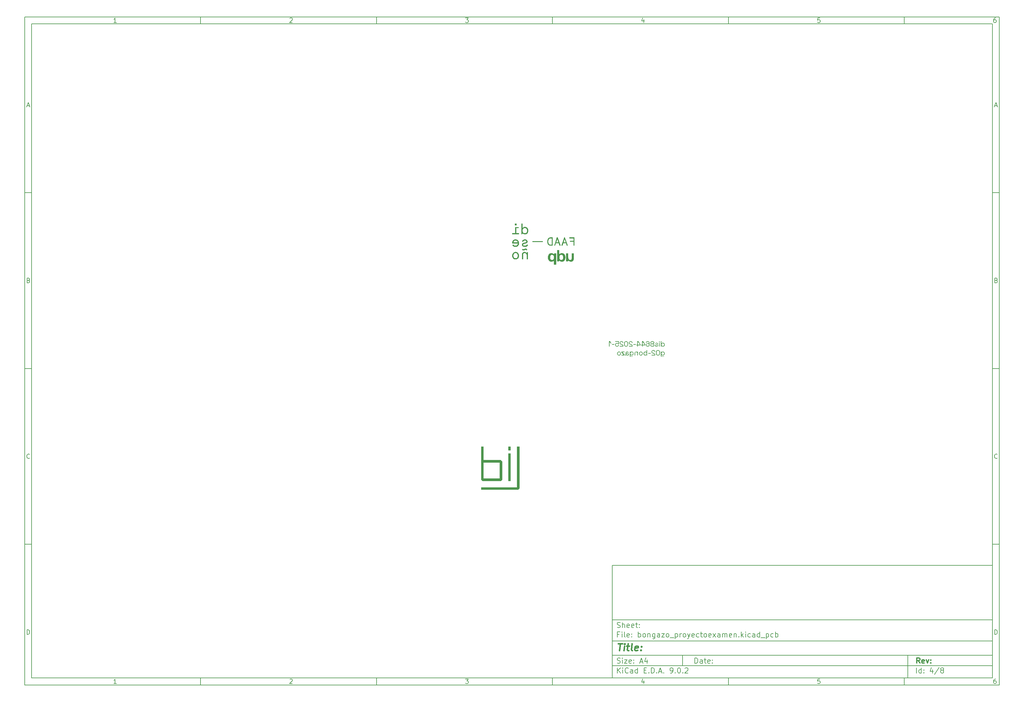
<source format=gbr>
%TF.GenerationSoftware,KiCad,Pcbnew,9.0.2*%
%TF.CreationDate,2025-06-20T15:30:42-04:00*%
%TF.ProjectId,bongazo_proyectoexamen,626f6e67-617a-46f5-9f70-726f79656374,rev?*%
%TF.SameCoordinates,Original*%
%TF.FileFunction,Legend,Bot*%
%TF.FilePolarity,Positive*%
%FSLAX46Y46*%
G04 Gerber Fmt 4.6, Leading zero omitted, Abs format (unit mm)*
G04 Created by KiCad (PCBNEW 9.0.2) date 2025-06-20 15:30:42*
%MOMM*%
%LPD*%
G01*
G04 APERTURE LIST*
%ADD10C,0.100000*%
%ADD11C,0.150000*%
%ADD12C,0.300000*%
%ADD13C,0.400000*%
%ADD14C,0.000000*%
%ADD15C,0.187500*%
G04 APERTURE END LIST*
D10*
D11*
X177002200Y-166007200D02*
X285002200Y-166007200D01*
X285002200Y-198007200D01*
X177002200Y-198007200D01*
X177002200Y-166007200D01*
D10*
D11*
X10000000Y-10000000D02*
X287002200Y-10000000D01*
X287002200Y-200007200D01*
X10000000Y-200007200D01*
X10000000Y-10000000D01*
D10*
D11*
X12000000Y-12000000D02*
X285002200Y-12000000D01*
X285002200Y-198007200D01*
X12000000Y-198007200D01*
X12000000Y-12000000D01*
D10*
D11*
X60000000Y-12000000D02*
X60000000Y-10000000D01*
D10*
D11*
X110000000Y-12000000D02*
X110000000Y-10000000D01*
D10*
D11*
X160000000Y-12000000D02*
X160000000Y-10000000D01*
D10*
D11*
X210000000Y-12000000D02*
X210000000Y-10000000D01*
D10*
D11*
X260000000Y-12000000D02*
X260000000Y-10000000D01*
D10*
D11*
X36089160Y-11593604D02*
X35346303Y-11593604D01*
X35717731Y-11593604D02*
X35717731Y-10293604D01*
X35717731Y-10293604D02*
X35593922Y-10479319D01*
X35593922Y-10479319D02*
X35470112Y-10603128D01*
X35470112Y-10603128D02*
X35346303Y-10665033D01*
D10*
D11*
X85346303Y-10417414D02*
X85408207Y-10355509D01*
X85408207Y-10355509D02*
X85532017Y-10293604D01*
X85532017Y-10293604D02*
X85841541Y-10293604D01*
X85841541Y-10293604D02*
X85965350Y-10355509D01*
X85965350Y-10355509D02*
X86027255Y-10417414D01*
X86027255Y-10417414D02*
X86089160Y-10541223D01*
X86089160Y-10541223D02*
X86089160Y-10665033D01*
X86089160Y-10665033D02*
X86027255Y-10850747D01*
X86027255Y-10850747D02*
X85284398Y-11593604D01*
X85284398Y-11593604D02*
X86089160Y-11593604D01*
D10*
D11*
X135284398Y-10293604D02*
X136089160Y-10293604D01*
X136089160Y-10293604D02*
X135655826Y-10788842D01*
X135655826Y-10788842D02*
X135841541Y-10788842D01*
X135841541Y-10788842D02*
X135965350Y-10850747D01*
X135965350Y-10850747D02*
X136027255Y-10912652D01*
X136027255Y-10912652D02*
X136089160Y-11036461D01*
X136089160Y-11036461D02*
X136089160Y-11345985D01*
X136089160Y-11345985D02*
X136027255Y-11469795D01*
X136027255Y-11469795D02*
X135965350Y-11531700D01*
X135965350Y-11531700D02*
X135841541Y-11593604D01*
X135841541Y-11593604D02*
X135470112Y-11593604D01*
X135470112Y-11593604D02*
X135346303Y-11531700D01*
X135346303Y-11531700D02*
X135284398Y-11469795D01*
D10*
D11*
X185965350Y-10726938D02*
X185965350Y-11593604D01*
X185655826Y-10231700D02*
X185346303Y-11160271D01*
X185346303Y-11160271D02*
X186151064Y-11160271D01*
D10*
D11*
X236027255Y-10293604D02*
X235408207Y-10293604D01*
X235408207Y-10293604D02*
X235346303Y-10912652D01*
X235346303Y-10912652D02*
X235408207Y-10850747D01*
X235408207Y-10850747D02*
X235532017Y-10788842D01*
X235532017Y-10788842D02*
X235841541Y-10788842D01*
X235841541Y-10788842D02*
X235965350Y-10850747D01*
X235965350Y-10850747D02*
X236027255Y-10912652D01*
X236027255Y-10912652D02*
X236089160Y-11036461D01*
X236089160Y-11036461D02*
X236089160Y-11345985D01*
X236089160Y-11345985D02*
X236027255Y-11469795D01*
X236027255Y-11469795D02*
X235965350Y-11531700D01*
X235965350Y-11531700D02*
X235841541Y-11593604D01*
X235841541Y-11593604D02*
X235532017Y-11593604D01*
X235532017Y-11593604D02*
X235408207Y-11531700D01*
X235408207Y-11531700D02*
X235346303Y-11469795D01*
D10*
D11*
X285965350Y-10293604D02*
X285717731Y-10293604D01*
X285717731Y-10293604D02*
X285593922Y-10355509D01*
X285593922Y-10355509D02*
X285532017Y-10417414D01*
X285532017Y-10417414D02*
X285408207Y-10603128D01*
X285408207Y-10603128D02*
X285346303Y-10850747D01*
X285346303Y-10850747D02*
X285346303Y-11345985D01*
X285346303Y-11345985D02*
X285408207Y-11469795D01*
X285408207Y-11469795D02*
X285470112Y-11531700D01*
X285470112Y-11531700D02*
X285593922Y-11593604D01*
X285593922Y-11593604D02*
X285841541Y-11593604D01*
X285841541Y-11593604D02*
X285965350Y-11531700D01*
X285965350Y-11531700D02*
X286027255Y-11469795D01*
X286027255Y-11469795D02*
X286089160Y-11345985D01*
X286089160Y-11345985D02*
X286089160Y-11036461D01*
X286089160Y-11036461D02*
X286027255Y-10912652D01*
X286027255Y-10912652D02*
X285965350Y-10850747D01*
X285965350Y-10850747D02*
X285841541Y-10788842D01*
X285841541Y-10788842D02*
X285593922Y-10788842D01*
X285593922Y-10788842D02*
X285470112Y-10850747D01*
X285470112Y-10850747D02*
X285408207Y-10912652D01*
X285408207Y-10912652D02*
X285346303Y-11036461D01*
D10*
D11*
X60000000Y-198007200D02*
X60000000Y-200007200D01*
D10*
D11*
X110000000Y-198007200D02*
X110000000Y-200007200D01*
D10*
D11*
X160000000Y-198007200D02*
X160000000Y-200007200D01*
D10*
D11*
X210000000Y-198007200D02*
X210000000Y-200007200D01*
D10*
D11*
X260000000Y-198007200D02*
X260000000Y-200007200D01*
D10*
D11*
X36089160Y-199600804D02*
X35346303Y-199600804D01*
X35717731Y-199600804D02*
X35717731Y-198300804D01*
X35717731Y-198300804D02*
X35593922Y-198486519D01*
X35593922Y-198486519D02*
X35470112Y-198610328D01*
X35470112Y-198610328D02*
X35346303Y-198672233D01*
D10*
D11*
X85346303Y-198424614D02*
X85408207Y-198362709D01*
X85408207Y-198362709D02*
X85532017Y-198300804D01*
X85532017Y-198300804D02*
X85841541Y-198300804D01*
X85841541Y-198300804D02*
X85965350Y-198362709D01*
X85965350Y-198362709D02*
X86027255Y-198424614D01*
X86027255Y-198424614D02*
X86089160Y-198548423D01*
X86089160Y-198548423D02*
X86089160Y-198672233D01*
X86089160Y-198672233D02*
X86027255Y-198857947D01*
X86027255Y-198857947D02*
X85284398Y-199600804D01*
X85284398Y-199600804D02*
X86089160Y-199600804D01*
D10*
D11*
X135284398Y-198300804D02*
X136089160Y-198300804D01*
X136089160Y-198300804D02*
X135655826Y-198796042D01*
X135655826Y-198796042D02*
X135841541Y-198796042D01*
X135841541Y-198796042D02*
X135965350Y-198857947D01*
X135965350Y-198857947D02*
X136027255Y-198919852D01*
X136027255Y-198919852D02*
X136089160Y-199043661D01*
X136089160Y-199043661D02*
X136089160Y-199353185D01*
X136089160Y-199353185D02*
X136027255Y-199476995D01*
X136027255Y-199476995D02*
X135965350Y-199538900D01*
X135965350Y-199538900D02*
X135841541Y-199600804D01*
X135841541Y-199600804D02*
X135470112Y-199600804D01*
X135470112Y-199600804D02*
X135346303Y-199538900D01*
X135346303Y-199538900D02*
X135284398Y-199476995D01*
D10*
D11*
X185965350Y-198734138D02*
X185965350Y-199600804D01*
X185655826Y-198238900D02*
X185346303Y-199167471D01*
X185346303Y-199167471D02*
X186151064Y-199167471D01*
D10*
D11*
X236027255Y-198300804D02*
X235408207Y-198300804D01*
X235408207Y-198300804D02*
X235346303Y-198919852D01*
X235346303Y-198919852D02*
X235408207Y-198857947D01*
X235408207Y-198857947D02*
X235532017Y-198796042D01*
X235532017Y-198796042D02*
X235841541Y-198796042D01*
X235841541Y-198796042D02*
X235965350Y-198857947D01*
X235965350Y-198857947D02*
X236027255Y-198919852D01*
X236027255Y-198919852D02*
X236089160Y-199043661D01*
X236089160Y-199043661D02*
X236089160Y-199353185D01*
X236089160Y-199353185D02*
X236027255Y-199476995D01*
X236027255Y-199476995D02*
X235965350Y-199538900D01*
X235965350Y-199538900D02*
X235841541Y-199600804D01*
X235841541Y-199600804D02*
X235532017Y-199600804D01*
X235532017Y-199600804D02*
X235408207Y-199538900D01*
X235408207Y-199538900D02*
X235346303Y-199476995D01*
D10*
D11*
X285965350Y-198300804D02*
X285717731Y-198300804D01*
X285717731Y-198300804D02*
X285593922Y-198362709D01*
X285593922Y-198362709D02*
X285532017Y-198424614D01*
X285532017Y-198424614D02*
X285408207Y-198610328D01*
X285408207Y-198610328D02*
X285346303Y-198857947D01*
X285346303Y-198857947D02*
X285346303Y-199353185D01*
X285346303Y-199353185D02*
X285408207Y-199476995D01*
X285408207Y-199476995D02*
X285470112Y-199538900D01*
X285470112Y-199538900D02*
X285593922Y-199600804D01*
X285593922Y-199600804D02*
X285841541Y-199600804D01*
X285841541Y-199600804D02*
X285965350Y-199538900D01*
X285965350Y-199538900D02*
X286027255Y-199476995D01*
X286027255Y-199476995D02*
X286089160Y-199353185D01*
X286089160Y-199353185D02*
X286089160Y-199043661D01*
X286089160Y-199043661D02*
X286027255Y-198919852D01*
X286027255Y-198919852D02*
X285965350Y-198857947D01*
X285965350Y-198857947D02*
X285841541Y-198796042D01*
X285841541Y-198796042D02*
X285593922Y-198796042D01*
X285593922Y-198796042D02*
X285470112Y-198857947D01*
X285470112Y-198857947D02*
X285408207Y-198919852D01*
X285408207Y-198919852D02*
X285346303Y-199043661D01*
D10*
D11*
X10000000Y-60000000D02*
X12000000Y-60000000D01*
D10*
D11*
X10000000Y-110000000D02*
X12000000Y-110000000D01*
D10*
D11*
X10000000Y-160000000D02*
X12000000Y-160000000D01*
D10*
D11*
X10690476Y-35222176D02*
X11309523Y-35222176D01*
X10566666Y-35593604D02*
X10999999Y-34293604D01*
X10999999Y-34293604D02*
X11433333Y-35593604D01*
D10*
D11*
X11092857Y-84912652D02*
X11278571Y-84974557D01*
X11278571Y-84974557D02*
X11340476Y-85036461D01*
X11340476Y-85036461D02*
X11402380Y-85160271D01*
X11402380Y-85160271D02*
X11402380Y-85345985D01*
X11402380Y-85345985D02*
X11340476Y-85469795D01*
X11340476Y-85469795D02*
X11278571Y-85531700D01*
X11278571Y-85531700D02*
X11154761Y-85593604D01*
X11154761Y-85593604D02*
X10659523Y-85593604D01*
X10659523Y-85593604D02*
X10659523Y-84293604D01*
X10659523Y-84293604D02*
X11092857Y-84293604D01*
X11092857Y-84293604D02*
X11216666Y-84355509D01*
X11216666Y-84355509D02*
X11278571Y-84417414D01*
X11278571Y-84417414D02*
X11340476Y-84541223D01*
X11340476Y-84541223D02*
X11340476Y-84665033D01*
X11340476Y-84665033D02*
X11278571Y-84788842D01*
X11278571Y-84788842D02*
X11216666Y-84850747D01*
X11216666Y-84850747D02*
X11092857Y-84912652D01*
X11092857Y-84912652D02*
X10659523Y-84912652D01*
D10*
D11*
X11402380Y-135469795D02*
X11340476Y-135531700D01*
X11340476Y-135531700D02*
X11154761Y-135593604D01*
X11154761Y-135593604D02*
X11030952Y-135593604D01*
X11030952Y-135593604D02*
X10845238Y-135531700D01*
X10845238Y-135531700D02*
X10721428Y-135407890D01*
X10721428Y-135407890D02*
X10659523Y-135284080D01*
X10659523Y-135284080D02*
X10597619Y-135036461D01*
X10597619Y-135036461D02*
X10597619Y-134850747D01*
X10597619Y-134850747D02*
X10659523Y-134603128D01*
X10659523Y-134603128D02*
X10721428Y-134479319D01*
X10721428Y-134479319D02*
X10845238Y-134355509D01*
X10845238Y-134355509D02*
X11030952Y-134293604D01*
X11030952Y-134293604D02*
X11154761Y-134293604D01*
X11154761Y-134293604D02*
X11340476Y-134355509D01*
X11340476Y-134355509D02*
X11402380Y-134417414D01*
D10*
D11*
X10659523Y-185593604D02*
X10659523Y-184293604D01*
X10659523Y-184293604D02*
X10969047Y-184293604D01*
X10969047Y-184293604D02*
X11154761Y-184355509D01*
X11154761Y-184355509D02*
X11278571Y-184479319D01*
X11278571Y-184479319D02*
X11340476Y-184603128D01*
X11340476Y-184603128D02*
X11402380Y-184850747D01*
X11402380Y-184850747D02*
X11402380Y-185036461D01*
X11402380Y-185036461D02*
X11340476Y-185284080D01*
X11340476Y-185284080D02*
X11278571Y-185407890D01*
X11278571Y-185407890D02*
X11154761Y-185531700D01*
X11154761Y-185531700D02*
X10969047Y-185593604D01*
X10969047Y-185593604D02*
X10659523Y-185593604D01*
D10*
D11*
X287002200Y-60000000D02*
X285002200Y-60000000D01*
D10*
D11*
X287002200Y-110000000D02*
X285002200Y-110000000D01*
D10*
D11*
X287002200Y-160000000D02*
X285002200Y-160000000D01*
D10*
D11*
X285692676Y-35222176D02*
X286311723Y-35222176D01*
X285568866Y-35593604D02*
X286002199Y-34293604D01*
X286002199Y-34293604D02*
X286435533Y-35593604D01*
D10*
D11*
X286095057Y-84912652D02*
X286280771Y-84974557D01*
X286280771Y-84974557D02*
X286342676Y-85036461D01*
X286342676Y-85036461D02*
X286404580Y-85160271D01*
X286404580Y-85160271D02*
X286404580Y-85345985D01*
X286404580Y-85345985D02*
X286342676Y-85469795D01*
X286342676Y-85469795D02*
X286280771Y-85531700D01*
X286280771Y-85531700D02*
X286156961Y-85593604D01*
X286156961Y-85593604D02*
X285661723Y-85593604D01*
X285661723Y-85593604D02*
X285661723Y-84293604D01*
X285661723Y-84293604D02*
X286095057Y-84293604D01*
X286095057Y-84293604D02*
X286218866Y-84355509D01*
X286218866Y-84355509D02*
X286280771Y-84417414D01*
X286280771Y-84417414D02*
X286342676Y-84541223D01*
X286342676Y-84541223D02*
X286342676Y-84665033D01*
X286342676Y-84665033D02*
X286280771Y-84788842D01*
X286280771Y-84788842D02*
X286218866Y-84850747D01*
X286218866Y-84850747D02*
X286095057Y-84912652D01*
X286095057Y-84912652D02*
X285661723Y-84912652D01*
D10*
D11*
X286404580Y-135469795D02*
X286342676Y-135531700D01*
X286342676Y-135531700D02*
X286156961Y-135593604D01*
X286156961Y-135593604D02*
X286033152Y-135593604D01*
X286033152Y-135593604D02*
X285847438Y-135531700D01*
X285847438Y-135531700D02*
X285723628Y-135407890D01*
X285723628Y-135407890D02*
X285661723Y-135284080D01*
X285661723Y-135284080D02*
X285599819Y-135036461D01*
X285599819Y-135036461D02*
X285599819Y-134850747D01*
X285599819Y-134850747D02*
X285661723Y-134603128D01*
X285661723Y-134603128D02*
X285723628Y-134479319D01*
X285723628Y-134479319D02*
X285847438Y-134355509D01*
X285847438Y-134355509D02*
X286033152Y-134293604D01*
X286033152Y-134293604D02*
X286156961Y-134293604D01*
X286156961Y-134293604D02*
X286342676Y-134355509D01*
X286342676Y-134355509D02*
X286404580Y-134417414D01*
D10*
D11*
X285661723Y-185593604D02*
X285661723Y-184293604D01*
X285661723Y-184293604D02*
X285971247Y-184293604D01*
X285971247Y-184293604D02*
X286156961Y-184355509D01*
X286156961Y-184355509D02*
X286280771Y-184479319D01*
X286280771Y-184479319D02*
X286342676Y-184603128D01*
X286342676Y-184603128D02*
X286404580Y-184850747D01*
X286404580Y-184850747D02*
X286404580Y-185036461D01*
X286404580Y-185036461D02*
X286342676Y-185284080D01*
X286342676Y-185284080D02*
X286280771Y-185407890D01*
X286280771Y-185407890D02*
X286156961Y-185531700D01*
X286156961Y-185531700D02*
X285971247Y-185593604D01*
X285971247Y-185593604D02*
X285661723Y-185593604D01*
D10*
D11*
X200458026Y-193793328D02*
X200458026Y-192293328D01*
X200458026Y-192293328D02*
X200815169Y-192293328D01*
X200815169Y-192293328D02*
X201029455Y-192364757D01*
X201029455Y-192364757D02*
X201172312Y-192507614D01*
X201172312Y-192507614D02*
X201243741Y-192650471D01*
X201243741Y-192650471D02*
X201315169Y-192936185D01*
X201315169Y-192936185D02*
X201315169Y-193150471D01*
X201315169Y-193150471D02*
X201243741Y-193436185D01*
X201243741Y-193436185D02*
X201172312Y-193579042D01*
X201172312Y-193579042D02*
X201029455Y-193721900D01*
X201029455Y-193721900D02*
X200815169Y-193793328D01*
X200815169Y-193793328D02*
X200458026Y-193793328D01*
X202600884Y-193793328D02*
X202600884Y-193007614D01*
X202600884Y-193007614D02*
X202529455Y-192864757D01*
X202529455Y-192864757D02*
X202386598Y-192793328D01*
X202386598Y-192793328D02*
X202100884Y-192793328D01*
X202100884Y-192793328D02*
X201958026Y-192864757D01*
X202600884Y-193721900D02*
X202458026Y-193793328D01*
X202458026Y-193793328D02*
X202100884Y-193793328D01*
X202100884Y-193793328D02*
X201958026Y-193721900D01*
X201958026Y-193721900D02*
X201886598Y-193579042D01*
X201886598Y-193579042D02*
X201886598Y-193436185D01*
X201886598Y-193436185D02*
X201958026Y-193293328D01*
X201958026Y-193293328D02*
X202100884Y-193221900D01*
X202100884Y-193221900D02*
X202458026Y-193221900D01*
X202458026Y-193221900D02*
X202600884Y-193150471D01*
X203100884Y-192793328D02*
X203672312Y-192793328D01*
X203315169Y-192293328D02*
X203315169Y-193579042D01*
X203315169Y-193579042D02*
X203386598Y-193721900D01*
X203386598Y-193721900D02*
X203529455Y-193793328D01*
X203529455Y-193793328D02*
X203672312Y-193793328D01*
X204743741Y-193721900D02*
X204600884Y-193793328D01*
X204600884Y-193793328D02*
X204315170Y-193793328D01*
X204315170Y-193793328D02*
X204172312Y-193721900D01*
X204172312Y-193721900D02*
X204100884Y-193579042D01*
X204100884Y-193579042D02*
X204100884Y-193007614D01*
X204100884Y-193007614D02*
X204172312Y-192864757D01*
X204172312Y-192864757D02*
X204315170Y-192793328D01*
X204315170Y-192793328D02*
X204600884Y-192793328D01*
X204600884Y-192793328D02*
X204743741Y-192864757D01*
X204743741Y-192864757D02*
X204815170Y-193007614D01*
X204815170Y-193007614D02*
X204815170Y-193150471D01*
X204815170Y-193150471D02*
X204100884Y-193293328D01*
X205458026Y-193650471D02*
X205529455Y-193721900D01*
X205529455Y-193721900D02*
X205458026Y-193793328D01*
X205458026Y-193793328D02*
X205386598Y-193721900D01*
X205386598Y-193721900D02*
X205458026Y-193650471D01*
X205458026Y-193650471D02*
X205458026Y-193793328D01*
X205458026Y-192864757D02*
X205529455Y-192936185D01*
X205529455Y-192936185D02*
X205458026Y-193007614D01*
X205458026Y-193007614D02*
X205386598Y-192936185D01*
X205386598Y-192936185D02*
X205458026Y-192864757D01*
X205458026Y-192864757D02*
X205458026Y-193007614D01*
D10*
D11*
X177002200Y-194507200D02*
X285002200Y-194507200D01*
D10*
D11*
X178458026Y-196593328D02*
X178458026Y-195093328D01*
X179315169Y-196593328D02*
X178672312Y-195736185D01*
X179315169Y-195093328D02*
X178458026Y-195950471D01*
X179958026Y-196593328D02*
X179958026Y-195593328D01*
X179958026Y-195093328D02*
X179886598Y-195164757D01*
X179886598Y-195164757D02*
X179958026Y-195236185D01*
X179958026Y-195236185D02*
X180029455Y-195164757D01*
X180029455Y-195164757D02*
X179958026Y-195093328D01*
X179958026Y-195093328D02*
X179958026Y-195236185D01*
X181529455Y-196450471D02*
X181458027Y-196521900D01*
X181458027Y-196521900D02*
X181243741Y-196593328D01*
X181243741Y-196593328D02*
X181100884Y-196593328D01*
X181100884Y-196593328D02*
X180886598Y-196521900D01*
X180886598Y-196521900D02*
X180743741Y-196379042D01*
X180743741Y-196379042D02*
X180672312Y-196236185D01*
X180672312Y-196236185D02*
X180600884Y-195950471D01*
X180600884Y-195950471D02*
X180600884Y-195736185D01*
X180600884Y-195736185D02*
X180672312Y-195450471D01*
X180672312Y-195450471D02*
X180743741Y-195307614D01*
X180743741Y-195307614D02*
X180886598Y-195164757D01*
X180886598Y-195164757D02*
X181100884Y-195093328D01*
X181100884Y-195093328D02*
X181243741Y-195093328D01*
X181243741Y-195093328D02*
X181458027Y-195164757D01*
X181458027Y-195164757D02*
X181529455Y-195236185D01*
X182815170Y-196593328D02*
X182815170Y-195807614D01*
X182815170Y-195807614D02*
X182743741Y-195664757D01*
X182743741Y-195664757D02*
X182600884Y-195593328D01*
X182600884Y-195593328D02*
X182315170Y-195593328D01*
X182315170Y-195593328D02*
X182172312Y-195664757D01*
X182815170Y-196521900D02*
X182672312Y-196593328D01*
X182672312Y-196593328D02*
X182315170Y-196593328D01*
X182315170Y-196593328D02*
X182172312Y-196521900D01*
X182172312Y-196521900D02*
X182100884Y-196379042D01*
X182100884Y-196379042D02*
X182100884Y-196236185D01*
X182100884Y-196236185D02*
X182172312Y-196093328D01*
X182172312Y-196093328D02*
X182315170Y-196021900D01*
X182315170Y-196021900D02*
X182672312Y-196021900D01*
X182672312Y-196021900D02*
X182815170Y-195950471D01*
X184172313Y-196593328D02*
X184172313Y-195093328D01*
X184172313Y-196521900D02*
X184029455Y-196593328D01*
X184029455Y-196593328D02*
X183743741Y-196593328D01*
X183743741Y-196593328D02*
X183600884Y-196521900D01*
X183600884Y-196521900D02*
X183529455Y-196450471D01*
X183529455Y-196450471D02*
X183458027Y-196307614D01*
X183458027Y-196307614D02*
X183458027Y-195879042D01*
X183458027Y-195879042D02*
X183529455Y-195736185D01*
X183529455Y-195736185D02*
X183600884Y-195664757D01*
X183600884Y-195664757D02*
X183743741Y-195593328D01*
X183743741Y-195593328D02*
X184029455Y-195593328D01*
X184029455Y-195593328D02*
X184172313Y-195664757D01*
X186029455Y-195807614D02*
X186529455Y-195807614D01*
X186743741Y-196593328D02*
X186029455Y-196593328D01*
X186029455Y-196593328D02*
X186029455Y-195093328D01*
X186029455Y-195093328D02*
X186743741Y-195093328D01*
X187386598Y-196450471D02*
X187458027Y-196521900D01*
X187458027Y-196521900D02*
X187386598Y-196593328D01*
X187386598Y-196593328D02*
X187315170Y-196521900D01*
X187315170Y-196521900D02*
X187386598Y-196450471D01*
X187386598Y-196450471D02*
X187386598Y-196593328D01*
X188100884Y-196593328D02*
X188100884Y-195093328D01*
X188100884Y-195093328D02*
X188458027Y-195093328D01*
X188458027Y-195093328D02*
X188672313Y-195164757D01*
X188672313Y-195164757D02*
X188815170Y-195307614D01*
X188815170Y-195307614D02*
X188886599Y-195450471D01*
X188886599Y-195450471D02*
X188958027Y-195736185D01*
X188958027Y-195736185D02*
X188958027Y-195950471D01*
X188958027Y-195950471D02*
X188886599Y-196236185D01*
X188886599Y-196236185D02*
X188815170Y-196379042D01*
X188815170Y-196379042D02*
X188672313Y-196521900D01*
X188672313Y-196521900D02*
X188458027Y-196593328D01*
X188458027Y-196593328D02*
X188100884Y-196593328D01*
X189600884Y-196450471D02*
X189672313Y-196521900D01*
X189672313Y-196521900D02*
X189600884Y-196593328D01*
X189600884Y-196593328D02*
X189529456Y-196521900D01*
X189529456Y-196521900D02*
X189600884Y-196450471D01*
X189600884Y-196450471D02*
X189600884Y-196593328D01*
X190243742Y-196164757D02*
X190958028Y-196164757D01*
X190100885Y-196593328D02*
X190600885Y-195093328D01*
X190600885Y-195093328D02*
X191100885Y-196593328D01*
X191600884Y-196450471D02*
X191672313Y-196521900D01*
X191672313Y-196521900D02*
X191600884Y-196593328D01*
X191600884Y-196593328D02*
X191529456Y-196521900D01*
X191529456Y-196521900D02*
X191600884Y-196450471D01*
X191600884Y-196450471D02*
X191600884Y-196593328D01*
X193529456Y-196593328D02*
X193815170Y-196593328D01*
X193815170Y-196593328D02*
X193958027Y-196521900D01*
X193958027Y-196521900D02*
X194029456Y-196450471D01*
X194029456Y-196450471D02*
X194172313Y-196236185D01*
X194172313Y-196236185D02*
X194243742Y-195950471D01*
X194243742Y-195950471D02*
X194243742Y-195379042D01*
X194243742Y-195379042D02*
X194172313Y-195236185D01*
X194172313Y-195236185D02*
X194100885Y-195164757D01*
X194100885Y-195164757D02*
X193958027Y-195093328D01*
X193958027Y-195093328D02*
X193672313Y-195093328D01*
X193672313Y-195093328D02*
X193529456Y-195164757D01*
X193529456Y-195164757D02*
X193458027Y-195236185D01*
X193458027Y-195236185D02*
X193386599Y-195379042D01*
X193386599Y-195379042D02*
X193386599Y-195736185D01*
X193386599Y-195736185D02*
X193458027Y-195879042D01*
X193458027Y-195879042D02*
X193529456Y-195950471D01*
X193529456Y-195950471D02*
X193672313Y-196021900D01*
X193672313Y-196021900D02*
X193958027Y-196021900D01*
X193958027Y-196021900D02*
X194100885Y-195950471D01*
X194100885Y-195950471D02*
X194172313Y-195879042D01*
X194172313Y-195879042D02*
X194243742Y-195736185D01*
X194886598Y-196450471D02*
X194958027Y-196521900D01*
X194958027Y-196521900D02*
X194886598Y-196593328D01*
X194886598Y-196593328D02*
X194815170Y-196521900D01*
X194815170Y-196521900D02*
X194886598Y-196450471D01*
X194886598Y-196450471D02*
X194886598Y-196593328D01*
X195886599Y-195093328D02*
X196029456Y-195093328D01*
X196029456Y-195093328D02*
X196172313Y-195164757D01*
X196172313Y-195164757D02*
X196243742Y-195236185D01*
X196243742Y-195236185D02*
X196315170Y-195379042D01*
X196315170Y-195379042D02*
X196386599Y-195664757D01*
X196386599Y-195664757D02*
X196386599Y-196021900D01*
X196386599Y-196021900D02*
X196315170Y-196307614D01*
X196315170Y-196307614D02*
X196243742Y-196450471D01*
X196243742Y-196450471D02*
X196172313Y-196521900D01*
X196172313Y-196521900D02*
X196029456Y-196593328D01*
X196029456Y-196593328D02*
X195886599Y-196593328D01*
X195886599Y-196593328D02*
X195743742Y-196521900D01*
X195743742Y-196521900D02*
X195672313Y-196450471D01*
X195672313Y-196450471D02*
X195600884Y-196307614D01*
X195600884Y-196307614D02*
X195529456Y-196021900D01*
X195529456Y-196021900D02*
X195529456Y-195664757D01*
X195529456Y-195664757D02*
X195600884Y-195379042D01*
X195600884Y-195379042D02*
X195672313Y-195236185D01*
X195672313Y-195236185D02*
X195743742Y-195164757D01*
X195743742Y-195164757D02*
X195886599Y-195093328D01*
X197029455Y-196450471D02*
X197100884Y-196521900D01*
X197100884Y-196521900D02*
X197029455Y-196593328D01*
X197029455Y-196593328D02*
X196958027Y-196521900D01*
X196958027Y-196521900D02*
X197029455Y-196450471D01*
X197029455Y-196450471D02*
X197029455Y-196593328D01*
X197672313Y-195236185D02*
X197743741Y-195164757D01*
X197743741Y-195164757D02*
X197886599Y-195093328D01*
X197886599Y-195093328D02*
X198243741Y-195093328D01*
X198243741Y-195093328D02*
X198386599Y-195164757D01*
X198386599Y-195164757D02*
X198458027Y-195236185D01*
X198458027Y-195236185D02*
X198529456Y-195379042D01*
X198529456Y-195379042D02*
X198529456Y-195521900D01*
X198529456Y-195521900D02*
X198458027Y-195736185D01*
X198458027Y-195736185D02*
X197600884Y-196593328D01*
X197600884Y-196593328D02*
X198529456Y-196593328D01*
D10*
D11*
X177002200Y-191507200D02*
X285002200Y-191507200D01*
D10*
D12*
X264413853Y-193785528D02*
X263913853Y-193071242D01*
X263556710Y-193785528D02*
X263556710Y-192285528D01*
X263556710Y-192285528D02*
X264128139Y-192285528D01*
X264128139Y-192285528D02*
X264270996Y-192356957D01*
X264270996Y-192356957D02*
X264342425Y-192428385D01*
X264342425Y-192428385D02*
X264413853Y-192571242D01*
X264413853Y-192571242D02*
X264413853Y-192785528D01*
X264413853Y-192785528D02*
X264342425Y-192928385D01*
X264342425Y-192928385D02*
X264270996Y-192999814D01*
X264270996Y-192999814D02*
X264128139Y-193071242D01*
X264128139Y-193071242D02*
X263556710Y-193071242D01*
X265628139Y-193714100D02*
X265485282Y-193785528D01*
X265485282Y-193785528D02*
X265199568Y-193785528D01*
X265199568Y-193785528D02*
X265056710Y-193714100D01*
X265056710Y-193714100D02*
X264985282Y-193571242D01*
X264985282Y-193571242D02*
X264985282Y-192999814D01*
X264985282Y-192999814D02*
X265056710Y-192856957D01*
X265056710Y-192856957D02*
X265199568Y-192785528D01*
X265199568Y-192785528D02*
X265485282Y-192785528D01*
X265485282Y-192785528D02*
X265628139Y-192856957D01*
X265628139Y-192856957D02*
X265699568Y-192999814D01*
X265699568Y-192999814D02*
X265699568Y-193142671D01*
X265699568Y-193142671D02*
X264985282Y-193285528D01*
X266199567Y-192785528D02*
X266556710Y-193785528D01*
X266556710Y-193785528D02*
X266913853Y-192785528D01*
X267485281Y-193642671D02*
X267556710Y-193714100D01*
X267556710Y-193714100D02*
X267485281Y-193785528D01*
X267485281Y-193785528D02*
X267413853Y-193714100D01*
X267413853Y-193714100D02*
X267485281Y-193642671D01*
X267485281Y-193642671D02*
X267485281Y-193785528D01*
X267485281Y-192856957D02*
X267556710Y-192928385D01*
X267556710Y-192928385D02*
X267485281Y-192999814D01*
X267485281Y-192999814D02*
X267413853Y-192928385D01*
X267413853Y-192928385D02*
X267485281Y-192856957D01*
X267485281Y-192856957D02*
X267485281Y-192999814D01*
D10*
D11*
X178386598Y-193721900D02*
X178600884Y-193793328D01*
X178600884Y-193793328D02*
X178958026Y-193793328D01*
X178958026Y-193793328D02*
X179100884Y-193721900D01*
X179100884Y-193721900D02*
X179172312Y-193650471D01*
X179172312Y-193650471D02*
X179243741Y-193507614D01*
X179243741Y-193507614D02*
X179243741Y-193364757D01*
X179243741Y-193364757D02*
X179172312Y-193221900D01*
X179172312Y-193221900D02*
X179100884Y-193150471D01*
X179100884Y-193150471D02*
X178958026Y-193079042D01*
X178958026Y-193079042D02*
X178672312Y-193007614D01*
X178672312Y-193007614D02*
X178529455Y-192936185D01*
X178529455Y-192936185D02*
X178458026Y-192864757D01*
X178458026Y-192864757D02*
X178386598Y-192721900D01*
X178386598Y-192721900D02*
X178386598Y-192579042D01*
X178386598Y-192579042D02*
X178458026Y-192436185D01*
X178458026Y-192436185D02*
X178529455Y-192364757D01*
X178529455Y-192364757D02*
X178672312Y-192293328D01*
X178672312Y-192293328D02*
X179029455Y-192293328D01*
X179029455Y-192293328D02*
X179243741Y-192364757D01*
X179886597Y-193793328D02*
X179886597Y-192793328D01*
X179886597Y-192293328D02*
X179815169Y-192364757D01*
X179815169Y-192364757D02*
X179886597Y-192436185D01*
X179886597Y-192436185D02*
X179958026Y-192364757D01*
X179958026Y-192364757D02*
X179886597Y-192293328D01*
X179886597Y-192293328D02*
X179886597Y-192436185D01*
X180458026Y-192793328D02*
X181243741Y-192793328D01*
X181243741Y-192793328D02*
X180458026Y-193793328D01*
X180458026Y-193793328D02*
X181243741Y-193793328D01*
X182386598Y-193721900D02*
X182243741Y-193793328D01*
X182243741Y-193793328D02*
X181958027Y-193793328D01*
X181958027Y-193793328D02*
X181815169Y-193721900D01*
X181815169Y-193721900D02*
X181743741Y-193579042D01*
X181743741Y-193579042D02*
X181743741Y-193007614D01*
X181743741Y-193007614D02*
X181815169Y-192864757D01*
X181815169Y-192864757D02*
X181958027Y-192793328D01*
X181958027Y-192793328D02*
X182243741Y-192793328D01*
X182243741Y-192793328D02*
X182386598Y-192864757D01*
X182386598Y-192864757D02*
X182458027Y-193007614D01*
X182458027Y-193007614D02*
X182458027Y-193150471D01*
X182458027Y-193150471D02*
X181743741Y-193293328D01*
X183100883Y-193650471D02*
X183172312Y-193721900D01*
X183172312Y-193721900D02*
X183100883Y-193793328D01*
X183100883Y-193793328D02*
X183029455Y-193721900D01*
X183029455Y-193721900D02*
X183100883Y-193650471D01*
X183100883Y-193650471D02*
X183100883Y-193793328D01*
X183100883Y-192864757D02*
X183172312Y-192936185D01*
X183172312Y-192936185D02*
X183100883Y-193007614D01*
X183100883Y-193007614D02*
X183029455Y-192936185D01*
X183029455Y-192936185D02*
X183100883Y-192864757D01*
X183100883Y-192864757D02*
X183100883Y-193007614D01*
X184886598Y-193364757D02*
X185600884Y-193364757D01*
X184743741Y-193793328D02*
X185243741Y-192293328D01*
X185243741Y-192293328D02*
X185743741Y-193793328D01*
X186886598Y-192793328D02*
X186886598Y-193793328D01*
X186529455Y-192221900D02*
X186172312Y-193293328D01*
X186172312Y-193293328D02*
X187100883Y-193293328D01*
D10*
D11*
X263458026Y-196593328D02*
X263458026Y-195093328D01*
X264815170Y-196593328D02*
X264815170Y-195093328D01*
X264815170Y-196521900D02*
X264672312Y-196593328D01*
X264672312Y-196593328D02*
X264386598Y-196593328D01*
X264386598Y-196593328D02*
X264243741Y-196521900D01*
X264243741Y-196521900D02*
X264172312Y-196450471D01*
X264172312Y-196450471D02*
X264100884Y-196307614D01*
X264100884Y-196307614D02*
X264100884Y-195879042D01*
X264100884Y-195879042D02*
X264172312Y-195736185D01*
X264172312Y-195736185D02*
X264243741Y-195664757D01*
X264243741Y-195664757D02*
X264386598Y-195593328D01*
X264386598Y-195593328D02*
X264672312Y-195593328D01*
X264672312Y-195593328D02*
X264815170Y-195664757D01*
X265529455Y-196450471D02*
X265600884Y-196521900D01*
X265600884Y-196521900D02*
X265529455Y-196593328D01*
X265529455Y-196593328D02*
X265458027Y-196521900D01*
X265458027Y-196521900D02*
X265529455Y-196450471D01*
X265529455Y-196450471D02*
X265529455Y-196593328D01*
X265529455Y-195664757D02*
X265600884Y-195736185D01*
X265600884Y-195736185D02*
X265529455Y-195807614D01*
X265529455Y-195807614D02*
X265458027Y-195736185D01*
X265458027Y-195736185D02*
X265529455Y-195664757D01*
X265529455Y-195664757D02*
X265529455Y-195807614D01*
X268029456Y-195593328D02*
X268029456Y-196593328D01*
X267672313Y-195021900D02*
X267315170Y-196093328D01*
X267315170Y-196093328D02*
X268243741Y-196093328D01*
X269886598Y-195021900D02*
X268600884Y-196950471D01*
X270600884Y-195736185D02*
X270458027Y-195664757D01*
X270458027Y-195664757D02*
X270386598Y-195593328D01*
X270386598Y-195593328D02*
X270315170Y-195450471D01*
X270315170Y-195450471D02*
X270315170Y-195379042D01*
X270315170Y-195379042D02*
X270386598Y-195236185D01*
X270386598Y-195236185D02*
X270458027Y-195164757D01*
X270458027Y-195164757D02*
X270600884Y-195093328D01*
X270600884Y-195093328D02*
X270886598Y-195093328D01*
X270886598Y-195093328D02*
X271029456Y-195164757D01*
X271029456Y-195164757D02*
X271100884Y-195236185D01*
X271100884Y-195236185D02*
X271172313Y-195379042D01*
X271172313Y-195379042D02*
X271172313Y-195450471D01*
X271172313Y-195450471D02*
X271100884Y-195593328D01*
X271100884Y-195593328D02*
X271029456Y-195664757D01*
X271029456Y-195664757D02*
X270886598Y-195736185D01*
X270886598Y-195736185D02*
X270600884Y-195736185D01*
X270600884Y-195736185D02*
X270458027Y-195807614D01*
X270458027Y-195807614D02*
X270386598Y-195879042D01*
X270386598Y-195879042D02*
X270315170Y-196021900D01*
X270315170Y-196021900D02*
X270315170Y-196307614D01*
X270315170Y-196307614D02*
X270386598Y-196450471D01*
X270386598Y-196450471D02*
X270458027Y-196521900D01*
X270458027Y-196521900D02*
X270600884Y-196593328D01*
X270600884Y-196593328D02*
X270886598Y-196593328D01*
X270886598Y-196593328D02*
X271029456Y-196521900D01*
X271029456Y-196521900D02*
X271100884Y-196450471D01*
X271100884Y-196450471D02*
X271172313Y-196307614D01*
X271172313Y-196307614D02*
X271172313Y-196021900D01*
X271172313Y-196021900D02*
X271100884Y-195879042D01*
X271100884Y-195879042D02*
X271029456Y-195807614D01*
X271029456Y-195807614D02*
X270886598Y-195736185D01*
D10*
D11*
X177002200Y-187507200D02*
X285002200Y-187507200D01*
D10*
D13*
X178693928Y-188211638D02*
X179836785Y-188211638D01*
X179015357Y-190211638D02*
X179265357Y-188211638D01*
X180253452Y-190211638D02*
X180420119Y-188878304D01*
X180503452Y-188211638D02*
X180396309Y-188306876D01*
X180396309Y-188306876D02*
X180479643Y-188402114D01*
X180479643Y-188402114D02*
X180586786Y-188306876D01*
X180586786Y-188306876D02*
X180503452Y-188211638D01*
X180503452Y-188211638D02*
X180479643Y-188402114D01*
X181086786Y-188878304D02*
X181848690Y-188878304D01*
X181455833Y-188211638D02*
X181241548Y-189925923D01*
X181241548Y-189925923D02*
X181312976Y-190116400D01*
X181312976Y-190116400D02*
X181491548Y-190211638D01*
X181491548Y-190211638D02*
X181682024Y-190211638D01*
X182634405Y-190211638D02*
X182455833Y-190116400D01*
X182455833Y-190116400D02*
X182384405Y-189925923D01*
X182384405Y-189925923D02*
X182598690Y-188211638D01*
X184170119Y-190116400D02*
X183967738Y-190211638D01*
X183967738Y-190211638D02*
X183586785Y-190211638D01*
X183586785Y-190211638D02*
X183408214Y-190116400D01*
X183408214Y-190116400D02*
X183336785Y-189925923D01*
X183336785Y-189925923D02*
X183432024Y-189164019D01*
X183432024Y-189164019D02*
X183551071Y-188973542D01*
X183551071Y-188973542D02*
X183753452Y-188878304D01*
X183753452Y-188878304D02*
X184134404Y-188878304D01*
X184134404Y-188878304D02*
X184312976Y-188973542D01*
X184312976Y-188973542D02*
X184384404Y-189164019D01*
X184384404Y-189164019D02*
X184360595Y-189354495D01*
X184360595Y-189354495D02*
X183384404Y-189544971D01*
X185134405Y-190021161D02*
X185217738Y-190116400D01*
X185217738Y-190116400D02*
X185110595Y-190211638D01*
X185110595Y-190211638D02*
X185027262Y-190116400D01*
X185027262Y-190116400D02*
X185134405Y-190021161D01*
X185134405Y-190021161D02*
X185110595Y-190211638D01*
X185265357Y-188973542D02*
X185348690Y-189068780D01*
X185348690Y-189068780D02*
X185241548Y-189164019D01*
X185241548Y-189164019D02*
X185158214Y-189068780D01*
X185158214Y-189068780D02*
X185265357Y-188973542D01*
X185265357Y-188973542D02*
X185241548Y-189164019D01*
D10*
D11*
X178958026Y-185607614D02*
X178458026Y-185607614D01*
X178458026Y-186393328D02*
X178458026Y-184893328D01*
X178458026Y-184893328D02*
X179172312Y-184893328D01*
X179743740Y-186393328D02*
X179743740Y-185393328D01*
X179743740Y-184893328D02*
X179672312Y-184964757D01*
X179672312Y-184964757D02*
X179743740Y-185036185D01*
X179743740Y-185036185D02*
X179815169Y-184964757D01*
X179815169Y-184964757D02*
X179743740Y-184893328D01*
X179743740Y-184893328D02*
X179743740Y-185036185D01*
X180672312Y-186393328D02*
X180529455Y-186321900D01*
X180529455Y-186321900D02*
X180458026Y-186179042D01*
X180458026Y-186179042D02*
X180458026Y-184893328D01*
X181815169Y-186321900D02*
X181672312Y-186393328D01*
X181672312Y-186393328D02*
X181386598Y-186393328D01*
X181386598Y-186393328D02*
X181243740Y-186321900D01*
X181243740Y-186321900D02*
X181172312Y-186179042D01*
X181172312Y-186179042D02*
X181172312Y-185607614D01*
X181172312Y-185607614D02*
X181243740Y-185464757D01*
X181243740Y-185464757D02*
X181386598Y-185393328D01*
X181386598Y-185393328D02*
X181672312Y-185393328D01*
X181672312Y-185393328D02*
X181815169Y-185464757D01*
X181815169Y-185464757D02*
X181886598Y-185607614D01*
X181886598Y-185607614D02*
X181886598Y-185750471D01*
X181886598Y-185750471D02*
X181172312Y-185893328D01*
X182529454Y-186250471D02*
X182600883Y-186321900D01*
X182600883Y-186321900D02*
X182529454Y-186393328D01*
X182529454Y-186393328D02*
X182458026Y-186321900D01*
X182458026Y-186321900D02*
X182529454Y-186250471D01*
X182529454Y-186250471D02*
X182529454Y-186393328D01*
X182529454Y-185464757D02*
X182600883Y-185536185D01*
X182600883Y-185536185D02*
X182529454Y-185607614D01*
X182529454Y-185607614D02*
X182458026Y-185536185D01*
X182458026Y-185536185D02*
X182529454Y-185464757D01*
X182529454Y-185464757D02*
X182529454Y-185607614D01*
X184386597Y-186393328D02*
X184386597Y-184893328D01*
X184386597Y-185464757D02*
X184529455Y-185393328D01*
X184529455Y-185393328D02*
X184815169Y-185393328D01*
X184815169Y-185393328D02*
X184958026Y-185464757D01*
X184958026Y-185464757D02*
X185029455Y-185536185D01*
X185029455Y-185536185D02*
X185100883Y-185679042D01*
X185100883Y-185679042D02*
X185100883Y-186107614D01*
X185100883Y-186107614D02*
X185029455Y-186250471D01*
X185029455Y-186250471D02*
X184958026Y-186321900D01*
X184958026Y-186321900D02*
X184815169Y-186393328D01*
X184815169Y-186393328D02*
X184529455Y-186393328D01*
X184529455Y-186393328D02*
X184386597Y-186321900D01*
X185958026Y-186393328D02*
X185815169Y-186321900D01*
X185815169Y-186321900D02*
X185743740Y-186250471D01*
X185743740Y-186250471D02*
X185672312Y-186107614D01*
X185672312Y-186107614D02*
X185672312Y-185679042D01*
X185672312Y-185679042D02*
X185743740Y-185536185D01*
X185743740Y-185536185D02*
X185815169Y-185464757D01*
X185815169Y-185464757D02*
X185958026Y-185393328D01*
X185958026Y-185393328D02*
X186172312Y-185393328D01*
X186172312Y-185393328D02*
X186315169Y-185464757D01*
X186315169Y-185464757D02*
X186386598Y-185536185D01*
X186386598Y-185536185D02*
X186458026Y-185679042D01*
X186458026Y-185679042D02*
X186458026Y-186107614D01*
X186458026Y-186107614D02*
X186386598Y-186250471D01*
X186386598Y-186250471D02*
X186315169Y-186321900D01*
X186315169Y-186321900D02*
X186172312Y-186393328D01*
X186172312Y-186393328D02*
X185958026Y-186393328D01*
X187100883Y-185393328D02*
X187100883Y-186393328D01*
X187100883Y-185536185D02*
X187172312Y-185464757D01*
X187172312Y-185464757D02*
X187315169Y-185393328D01*
X187315169Y-185393328D02*
X187529455Y-185393328D01*
X187529455Y-185393328D02*
X187672312Y-185464757D01*
X187672312Y-185464757D02*
X187743741Y-185607614D01*
X187743741Y-185607614D02*
X187743741Y-186393328D01*
X189100884Y-185393328D02*
X189100884Y-186607614D01*
X189100884Y-186607614D02*
X189029455Y-186750471D01*
X189029455Y-186750471D02*
X188958026Y-186821900D01*
X188958026Y-186821900D02*
X188815169Y-186893328D01*
X188815169Y-186893328D02*
X188600884Y-186893328D01*
X188600884Y-186893328D02*
X188458026Y-186821900D01*
X189100884Y-186321900D02*
X188958026Y-186393328D01*
X188958026Y-186393328D02*
X188672312Y-186393328D01*
X188672312Y-186393328D02*
X188529455Y-186321900D01*
X188529455Y-186321900D02*
X188458026Y-186250471D01*
X188458026Y-186250471D02*
X188386598Y-186107614D01*
X188386598Y-186107614D02*
X188386598Y-185679042D01*
X188386598Y-185679042D02*
X188458026Y-185536185D01*
X188458026Y-185536185D02*
X188529455Y-185464757D01*
X188529455Y-185464757D02*
X188672312Y-185393328D01*
X188672312Y-185393328D02*
X188958026Y-185393328D01*
X188958026Y-185393328D02*
X189100884Y-185464757D01*
X190458027Y-186393328D02*
X190458027Y-185607614D01*
X190458027Y-185607614D02*
X190386598Y-185464757D01*
X190386598Y-185464757D02*
X190243741Y-185393328D01*
X190243741Y-185393328D02*
X189958027Y-185393328D01*
X189958027Y-185393328D02*
X189815169Y-185464757D01*
X190458027Y-186321900D02*
X190315169Y-186393328D01*
X190315169Y-186393328D02*
X189958027Y-186393328D01*
X189958027Y-186393328D02*
X189815169Y-186321900D01*
X189815169Y-186321900D02*
X189743741Y-186179042D01*
X189743741Y-186179042D02*
X189743741Y-186036185D01*
X189743741Y-186036185D02*
X189815169Y-185893328D01*
X189815169Y-185893328D02*
X189958027Y-185821900D01*
X189958027Y-185821900D02*
X190315169Y-185821900D01*
X190315169Y-185821900D02*
X190458027Y-185750471D01*
X191029455Y-185393328D02*
X191815170Y-185393328D01*
X191815170Y-185393328D02*
X191029455Y-186393328D01*
X191029455Y-186393328D02*
X191815170Y-186393328D01*
X192600884Y-186393328D02*
X192458027Y-186321900D01*
X192458027Y-186321900D02*
X192386598Y-186250471D01*
X192386598Y-186250471D02*
X192315170Y-186107614D01*
X192315170Y-186107614D02*
X192315170Y-185679042D01*
X192315170Y-185679042D02*
X192386598Y-185536185D01*
X192386598Y-185536185D02*
X192458027Y-185464757D01*
X192458027Y-185464757D02*
X192600884Y-185393328D01*
X192600884Y-185393328D02*
X192815170Y-185393328D01*
X192815170Y-185393328D02*
X192958027Y-185464757D01*
X192958027Y-185464757D02*
X193029456Y-185536185D01*
X193029456Y-185536185D02*
X193100884Y-185679042D01*
X193100884Y-185679042D02*
X193100884Y-186107614D01*
X193100884Y-186107614D02*
X193029456Y-186250471D01*
X193029456Y-186250471D02*
X192958027Y-186321900D01*
X192958027Y-186321900D02*
X192815170Y-186393328D01*
X192815170Y-186393328D02*
X192600884Y-186393328D01*
X193386599Y-186536185D02*
X194529456Y-186536185D01*
X194886598Y-185393328D02*
X194886598Y-186893328D01*
X194886598Y-185464757D02*
X195029456Y-185393328D01*
X195029456Y-185393328D02*
X195315170Y-185393328D01*
X195315170Y-185393328D02*
X195458027Y-185464757D01*
X195458027Y-185464757D02*
X195529456Y-185536185D01*
X195529456Y-185536185D02*
X195600884Y-185679042D01*
X195600884Y-185679042D02*
X195600884Y-186107614D01*
X195600884Y-186107614D02*
X195529456Y-186250471D01*
X195529456Y-186250471D02*
X195458027Y-186321900D01*
X195458027Y-186321900D02*
X195315170Y-186393328D01*
X195315170Y-186393328D02*
X195029456Y-186393328D01*
X195029456Y-186393328D02*
X194886598Y-186321900D01*
X196243741Y-186393328D02*
X196243741Y-185393328D01*
X196243741Y-185679042D02*
X196315170Y-185536185D01*
X196315170Y-185536185D02*
X196386599Y-185464757D01*
X196386599Y-185464757D02*
X196529456Y-185393328D01*
X196529456Y-185393328D02*
X196672313Y-185393328D01*
X197386598Y-186393328D02*
X197243741Y-186321900D01*
X197243741Y-186321900D02*
X197172312Y-186250471D01*
X197172312Y-186250471D02*
X197100884Y-186107614D01*
X197100884Y-186107614D02*
X197100884Y-185679042D01*
X197100884Y-185679042D02*
X197172312Y-185536185D01*
X197172312Y-185536185D02*
X197243741Y-185464757D01*
X197243741Y-185464757D02*
X197386598Y-185393328D01*
X197386598Y-185393328D02*
X197600884Y-185393328D01*
X197600884Y-185393328D02*
X197743741Y-185464757D01*
X197743741Y-185464757D02*
X197815170Y-185536185D01*
X197815170Y-185536185D02*
X197886598Y-185679042D01*
X197886598Y-185679042D02*
X197886598Y-186107614D01*
X197886598Y-186107614D02*
X197815170Y-186250471D01*
X197815170Y-186250471D02*
X197743741Y-186321900D01*
X197743741Y-186321900D02*
X197600884Y-186393328D01*
X197600884Y-186393328D02*
X197386598Y-186393328D01*
X198386598Y-185393328D02*
X198743741Y-186393328D01*
X199100884Y-185393328D02*
X198743741Y-186393328D01*
X198743741Y-186393328D02*
X198600884Y-186750471D01*
X198600884Y-186750471D02*
X198529455Y-186821900D01*
X198529455Y-186821900D02*
X198386598Y-186893328D01*
X200243741Y-186321900D02*
X200100884Y-186393328D01*
X200100884Y-186393328D02*
X199815170Y-186393328D01*
X199815170Y-186393328D02*
X199672312Y-186321900D01*
X199672312Y-186321900D02*
X199600884Y-186179042D01*
X199600884Y-186179042D02*
X199600884Y-185607614D01*
X199600884Y-185607614D02*
X199672312Y-185464757D01*
X199672312Y-185464757D02*
X199815170Y-185393328D01*
X199815170Y-185393328D02*
X200100884Y-185393328D01*
X200100884Y-185393328D02*
X200243741Y-185464757D01*
X200243741Y-185464757D02*
X200315170Y-185607614D01*
X200315170Y-185607614D02*
X200315170Y-185750471D01*
X200315170Y-185750471D02*
X199600884Y-185893328D01*
X201600884Y-186321900D02*
X201458026Y-186393328D01*
X201458026Y-186393328D02*
X201172312Y-186393328D01*
X201172312Y-186393328D02*
X201029455Y-186321900D01*
X201029455Y-186321900D02*
X200958026Y-186250471D01*
X200958026Y-186250471D02*
X200886598Y-186107614D01*
X200886598Y-186107614D02*
X200886598Y-185679042D01*
X200886598Y-185679042D02*
X200958026Y-185536185D01*
X200958026Y-185536185D02*
X201029455Y-185464757D01*
X201029455Y-185464757D02*
X201172312Y-185393328D01*
X201172312Y-185393328D02*
X201458026Y-185393328D01*
X201458026Y-185393328D02*
X201600884Y-185464757D01*
X202029455Y-185393328D02*
X202600883Y-185393328D01*
X202243740Y-184893328D02*
X202243740Y-186179042D01*
X202243740Y-186179042D02*
X202315169Y-186321900D01*
X202315169Y-186321900D02*
X202458026Y-186393328D01*
X202458026Y-186393328D02*
X202600883Y-186393328D01*
X203315169Y-186393328D02*
X203172312Y-186321900D01*
X203172312Y-186321900D02*
X203100883Y-186250471D01*
X203100883Y-186250471D02*
X203029455Y-186107614D01*
X203029455Y-186107614D02*
X203029455Y-185679042D01*
X203029455Y-185679042D02*
X203100883Y-185536185D01*
X203100883Y-185536185D02*
X203172312Y-185464757D01*
X203172312Y-185464757D02*
X203315169Y-185393328D01*
X203315169Y-185393328D02*
X203529455Y-185393328D01*
X203529455Y-185393328D02*
X203672312Y-185464757D01*
X203672312Y-185464757D02*
X203743741Y-185536185D01*
X203743741Y-185536185D02*
X203815169Y-185679042D01*
X203815169Y-185679042D02*
X203815169Y-186107614D01*
X203815169Y-186107614D02*
X203743741Y-186250471D01*
X203743741Y-186250471D02*
X203672312Y-186321900D01*
X203672312Y-186321900D02*
X203529455Y-186393328D01*
X203529455Y-186393328D02*
X203315169Y-186393328D01*
X205029455Y-186321900D02*
X204886598Y-186393328D01*
X204886598Y-186393328D02*
X204600884Y-186393328D01*
X204600884Y-186393328D02*
X204458026Y-186321900D01*
X204458026Y-186321900D02*
X204386598Y-186179042D01*
X204386598Y-186179042D02*
X204386598Y-185607614D01*
X204386598Y-185607614D02*
X204458026Y-185464757D01*
X204458026Y-185464757D02*
X204600884Y-185393328D01*
X204600884Y-185393328D02*
X204886598Y-185393328D01*
X204886598Y-185393328D02*
X205029455Y-185464757D01*
X205029455Y-185464757D02*
X205100884Y-185607614D01*
X205100884Y-185607614D02*
X205100884Y-185750471D01*
X205100884Y-185750471D02*
X204386598Y-185893328D01*
X205600883Y-186393328D02*
X206386598Y-185393328D01*
X205600883Y-185393328D02*
X206386598Y-186393328D01*
X207600884Y-186393328D02*
X207600884Y-185607614D01*
X207600884Y-185607614D02*
X207529455Y-185464757D01*
X207529455Y-185464757D02*
X207386598Y-185393328D01*
X207386598Y-185393328D02*
X207100884Y-185393328D01*
X207100884Y-185393328D02*
X206958026Y-185464757D01*
X207600884Y-186321900D02*
X207458026Y-186393328D01*
X207458026Y-186393328D02*
X207100884Y-186393328D01*
X207100884Y-186393328D02*
X206958026Y-186321900D01*
X206958026Y-186321900D02*
X206886598Y-186179042D01*
X206886598Y-186179042D02*
X206886598Y-186036185D01*
X206886598Y-186036185D02*
X206958026Y-185893328D01*
X206958026Y-185893328D02*
X207100884Y-185821900D01*
X207100884Y-185821900D02*
X207458026Y-185821900D01*
X207458026Y-185821900D02*
X207600884Y-185750471D01*
X208315169Y-186393328D02*
X208315169Y-185393328D01*
X208315169Y-185536185D02*
X208386598Y-185464757D01*
X208386598Y-185464757D02*
X208529455Y-185393328D01*
X208529455Y-185393328D02*
X208743741Y-185393328D01*
X208743741Y-185393328D02*
X208886598Y-185464757D01*
X208886598Y-185464757D02*
X208958027Y-185607614D01*
X208958027Y-185607614D02*
X208958027Y-186393328D01*
X208958027Y-185607614D02*
X209029455Y-185464757D01*
X209029455Y-185464757D02*
X209172312Y-185393328D01*
X209172312Y-185393328D02*
X209386598Y-185393328D01*
X209386598Y-185393328D02*
X209529455Y-185464757D01*
X209529455Y-185464757D02*
X209600884Y-185607614D01*
X209600884Y-185607614D02*
X209600884Y-186393328D01*
X210886598Y-186321900D02*
X210743741Y-186393328D01*
X210743741Y-186393328D02*
X210458027Y-186393328D01*
X210458027Y-186393328D02*
X210315169Y-186321900D01*
X210315169Y-186321900D02*
X210243741Y-186179042D01*
X210243741Y-186179042D02*
X210243741Y-185607614D01*
X210243741Y-185607614D02*
X210315169Y-185464757D01*
X210315169Y-185464757D02*
X210458027Y-185393328D01*
X210458027Y-185393328D02*
X210743741Y-185393328D01*
X210743741Y-185393328D02*
X210886598Y-185464757D01*
X210886598Y-185464757D02*
X210958027Y-185607614D01*
X210958027Y-185607614D02*
X210958027Y-185750471D01*
X210958027Y-185750471D02*
X210243741Y-185893328D01*
X211600883Y-185393328D02*
X211600883Y-186393328D01*
X211600883Y-185536185D02*
X211672312Y-185464757D01*
X211672312Y-185464757D02*
X211815169Y-185393328D01*
X211815169Y-185393328D02*
X212029455Y-185393328D01*
X212029455Y-185393328D02*
X212172312Y-185464757D01*
X212172312Y-185464757D02*
X212243741Y-185607614D01*
X212243741Y-185607614D02*
X212243741Y-186393328D01*
X212958026Y-186250471D02*
X213029455Y-186321900D01*
X213029455Y-186321900D02*
X212958026Y-186393328D01*
X212958026Y-186393328D02*
X212886598Y-186321900D01*
X212886598Y-186321900D02*
X212958026Y-186250471D01*
X212958026Y-186250471D02*
X212958026Y-186393328D01*
X213672312Y-186393328D02*
X213672312Y-184893328D01*
X213815170Y-185821900D02*
X214243741Y-186393328D01*
X214243741Y-185393328D02*
X213672312Y-185964757D01*
X214886598Y-186393328D02*
X214886598Y-185393328D01*
X214886598Y-184893328D02*
X214815170Y-184964757D01*
X214815170Y-184964757D02*
X214886598Y-185036185D01*
X214886598Y-185036185D02*
X214958027Y-184964757D01*
X214958027Y-184964757D02*
X214886598Y-184893328D01*
X214886598Y-184893328D02*
X214886598Y-185036185D01*
X216243742Y-186321900D02*
X216100884Y-186393328D01*
X216100884Y-186393328D02*
X215815170Y-186393328D01*
X215815170Y-186393328D02*
X215672313Y-186321900D01*
X215672313Y-186321900D02*
X215600884Y-186250471D01*
X215600884Y-186250471D02*
X215529456Y-186107614D01*
X215529456Y-186107614D02*
X215529456Y-185679042D01*
X215529456Y-185679042D02*
X215600884Y-185536185D01*
X215600884Y-185536185D02*
X215672313Y-185464757D01*
X215672313Y-185464757D02*
X215815170Y-185393328D01*
X215815170Y-185393328D02*
X216100884Y-185393328D01*
X216100884Y-185393328D02*
X216243742Y-185464757D01*
X217529456Y-186393328D02*
X217529456Y-185607614D01*
X217529456Y-185607614D02*
X217458027Y-185464757D01*
X217458027Y-185464757D02*
X217315170Y-185393328D01*
X217315170Y-185393328D02*
X217029456Y-185393328D01*
X217029456Y-185393328D02*
X216886598Y-185464757D01*
X217529456Y-186321900D02*
X217386598Y-186393328D01*
X217386598Y-186393328D02*
X217029456Y-186393328D01*
X217029456Y-186393328D02*
X216886598Y-186321900D01*
X216886598Y-186321900D02*
X216815170Y-186179042D01*
X216815170Y-186179042D02*
X216815170Y-186036185D01*
X216815170Y-186036185D02*
X216886598Y-185893328D01*
X216886598Y-185893328D02*
X217029456Y-185821900D01*
X217029456Y-185821900D02*
X217386598Y-185821900D01*
X217386598Y-185821900D02*
X217529456Y-185750471D01*
X218886599Y-186393328D02*
X218886599Y-184893328D01*
X218886599Y-186321900D02*
X218743741Y-186393328D01*
X218743741Y-186393328D02*
X218458027Y-186393328D01*
X218458027Y-186393328D02*
X218315170Y-186321900D01*
X218315170Y-186321900D02*
X218243741Y-186250471D01*
X218243741Y-186250471D02*
X218172313Y-186107614D01*
X218172313Y-186107614D02*
X218172313Y-185679042D01*
X218172313Y-185679042D02*
X218243741Y-185536185D01*
X218243741Y-185536185D02*
X218315170Y-185464757D01*
X218315170Y-185464757D02*
X218458027Y-185393328D01*
X218458027Y-185393328D02*
X218743741Y-185393328D01*
X218743741Y-185393328D02*
X218886599Y-185464757D01*
X219243742Y-186536185D02*
X220386599Y-186536185D01*
X220743741Y-185393328D02*
X220743741Y-186893328D01*
X220743741Y-185464757D02*
X220886599Y-185393328D01*
X220886599Y-185393328D02*
X221172313Y-185393328D01*
X221172313Y-185393328D02*
X221315170Y-185464757D01*
X221315170Y-185464757D02*
X221386599Y-185536185D01*
X221386599Y-185536185D02*
X221458027Y-185679042D01*
X221458027Y-185679042D02*
X221458027Y-186107614D01*
X221458027Y-186107614D02*
X221386599Y-186250471D01*
X221386599Y-186250471D02*
X221315170Y-186321900D01*
X221315170Y-186321900D02*
X221172313Y-186393328D01*
X221172313Y-186393328D02*
X220886599Y-186393328D01*
X220886599Y-186393328D02*
X220743741Y-186321900D01*
X222743742Y-186321900D02*
X222600884Y-186393328D01*
X222600884Y-186393328D02*
X222315170Y-186393328D01*
X222315170Y-186393328D02*
X222172313Y-186321900D01*
X222172313Y-186321900D02*
X222100884Y-186250471D01*
X222100884Y-186250471D02*
X222029456Y-186107614D01*
X222029456Y-186107614D02*
X222029456Y-185679042D01*
X222029456Y-185679042D02*
X222100884Y-185536185D01*
X222100884Y-185536185D02*
X222172313Y-185464757D01*
X222172313Y-185464757D02*
X222315170Y-185393328D01*
X222315170Y-185393328D02*
X222600884Y-185393328D01*
X222600884Y-185393328D02*
X222743742Y-185464757D01*
X223386598Y-186393328D02*
X223386598Y-184893328D01*
X223386598Y-185464757D02*
X223529456Y-185393328D01*
X223529456Y-185393328D02*
X223815170Y-185393328D01*
X223815170Y-185393328D02*
X223958027Y-185464757D01*
X223958027Y-185464757D02*
X224029456Y-185536185D01*
X224029456Y-185536185D02*
X224100884Y-185679042D01*
X224100884Y-185679042D02*
X224100884Y-186107614D01*
X224100884Y-186107614D02*
X224029456Y-186250471D01*
X224029456Y-186250471D02*
X223958027Y-186321900D01*
X223958027Y-186321900D02*
X223815170Y-186393328D01*
X223815170Y-186393328D02*
X223529456Y-186393328D01*
X223529456Y-186393328D02*
X223386598Y-186321900D01*
D10*
D11*
X177002200Y-181507200D02*
X285002200Y-181507200D01*
D10*
D11*
X178386598Y-183621900D02*
X178600884Y-183693328D01*
X178600884Y-183693328D02*
X178958026Y-183693328D01*
X178958026Y-183693328D02*
X179100884Y-183621900D01*
X179100884Y-183621900D02*
X179172312Y-183550471D01*
X179172312Y-183550471D02*
X179243741Y-183407614D01*
X179243741Y-183407614D02*
X179243741Y-183264757D01*
X179243741Y-183264757D02*
X179172312Y-183121900D01*
X179172312Y-183121900D02*
X179100884Y-183050471D01*
X179100884Y-183050471D02*
X178958026Y-182979042D01*
X178958026Y-182979042D02*
X178672312Y-182907614D01*
X178672312Y-182907614D02*
X178529455Y-182836185D01*
X178529455Y-182836185D02*
X178458026Y-182764757D01*
X178458026Y-182764757D02*
X178386598Y-182621900D01*
X178386598Y-182621900D02*
X178386598Y-182479042D01*
X178386598Y-182479042D02*
X178458026Y-182336185D01*
X178458026Y-182336185D02*
X178529455Y-182264757D01*
X178529455Y-182264757D02*
X178672312Y-182193328D01*
X178672312Y-182193328D02*
X179029455Y-182193328D01*
X179029455Y-182193328D02*
X179243741Y-182264757D01*
X179886597Y-183693328D02*
X179886597Y-182193328D01*
X180529455Y-183693328D02*
X180529455Y-182907614D01*
X180529455Y-182907614D02*
X180458026Y-182764757D01*
X180458026Y-182764757D02*
X180315169Y-182693328D01*
X180315169Y-182693328D02*
X180100883Y-182693328D01*
X180100883Y-182693328D02*
X179958026Y-182764757D01*
X179958026Y-182764757D02*
X179886597Y-182836185D01*
X181815169Y-183621900D02*
X181672312Y-183693328D01*
X181672312Y-183693328D02*
X181386598Y-183693328D01*
X181386598Y-183693328D02*
X181243740Y-183621900D01*
X181243740Y-183621900D02*
X181172312Y-183479042D01*
X181172312Y-183479042D02*
X181172312Y-182907614D01*
X181172312Y-182907614D02*
X181243740Y-182764757D01*
X181243740Y-182764757D02*
X181386598Y-182693328D01*
X181386598Y-182693328D02*
X181672312Y-182693328D01*
X181672312Y-182693328D02*
X181815169Y-182764757D01*
X181815169Y-182764757D02*
X181886598Y-182907614D01*
X181886598Y-182907614D02*
X181886598Y-183050471D01*
X181886598Y-183050471D02*
X181172312Y-183193328D01*
X183100883Y-183621900D02*
X182958026Y-183693328D01*
X182958026Y-183693328D02*
X182672312Y-183693328D01*
X182672312Y-183693328D02*
X182529454Y-183621900D01*
X182529454Y-183621900D02*
X182458026Y-183479042D01*
X182458026Y-183479042D02*
X182458026Y-182907614D01*
X182458026Y-182907614D02*
X182529454Y-182764757D01*
X182529454Y-182764757D02*
X182672312Y-182693328D01*
X182672312Y-182693328D02*
X182958026Y-182693328D01*
X182958026Y-182693328D02*
X183100883Y-182764757D01*
X183100883Y-182764757D02*
X183172312Y-182907614D01*
X183172312Y-182907614D02*
X183172312Y-183050471D01*
X183172312Y-183050471D02*
X182458026Y-183193328D01*
X183600883Y-182693328D02*
X184172311Y-182693328D01*
X183815168Y-182193328D02*
X183815168Y-183479042D01*
X183815168Y-183479042D02*
X183886597Y-183621900D01*
X183886597Y-183621900D02*
X184029454Y-183693328D01*
X184029454Y-183693328D02*
X184172311Y-183693328D01*
X184672311Y-183550471D02*
X184743740Y-183621900D01*
X184743740Y-183621900D02*
X184672311Y-183693328D01*
X184672311Y-183693328D02*
X184600883Y-183621900D01*
X184600883Y-183621900D02*
X184672311Y-183550471D01*
X184672311Y-183550471D02*
X184672311Y-183693328D01*
X184672311Y-182764757D02*
X184743740Y-182836185D01*
X184743740Y-182836185D02*
X184672311Y-182907614D01*
X184672311Y-182907614D02*
X184600883Y-182836185D01*
X184600883Y-182836185D02*
X184672311Y-182764757D01*
X184672311Y-182764757D02*
X184672311Y-182907614D01*
D10*
D11*
X197002200Y-191507200D02*
X197002200Y-194507200D01*
D10*
D11*
X261002200Y-191507200D02*
X261002200Y-198007200D01*
D14*
G36*
X150478918Y-74131920D02*
G01*
X150489119Y-74220802D01*
X150493203Y-74310441D01*
X150491211Y-74400259D01*
X150483182Y-74489680D01*
X150469152Y-74578127D01*
X150449163Y-74665025D01*
X150423251Y-74749796D01*
X150391457Y-74831864D01*
X150353819Y-74910654D01*
X150310375Y-74985587D01*
X150261164Y-75056089D01*
X150206226Y-75121581D01*
X150145598Y-75181489D01*
X150079320Y-75235235D01*
X150007430Y-75282243D01*
X149929968Y-75321936D01*
X149846971Y-75353738D01*
X149758479Y-75377073D01*
X149664531Y-75391365D01*
X149579354Y-75398402D01*
X149495612Y-75402252D01*
X149413547Y-75402477D01*
X149333399Y-75398635D01*
X149294120Y-75395052D01*
X149255410Y-75390286D01*
X149217300Y-75384284D01*
X149179820Y-75376991D01*
X149143001Y-75368350D01*
X149106871Y-75358308D01*
X149071462Y-75346809D01*
X149036804Y-75333798D01*
X149002926Y-75319220D01*
X148969859Y-75303020D01*
X148937632Y-75285144D01*
X148906277Y-75265535D01*
X148875823Y-75244140D01*
X148846300Y-75220902D01*
X148817739Y-75195767D01*
X148790169Y-75168681D01*
X148763621Y-75139587D01*
X148738125Y-75108431D01*
X148713710Y-75075158D01*
X148690408Y-75039713D01*
X148668248Y-75002040D01*
X148647260Y-74962086D01*
X148627475Y-74919794D01*
X148608922Y-74875110D01*
X148604159Y-74842486D01*
X148876575Y-74702946D01*
X148905350Y-74759882D01*
X148937721Y-74812010D01*
X148973397Y-74859391D01*
X149012085Y-74902084D01*
X149053491Y-74940151D01*
X149097323Y-74973650D01*
X149143288Y-75002643D01*
X149191093Y-75027190D01*
X149240445Y-75047351D01*
X149291053Y-75063186D01*
X149342621Y-75074755D01*
X149394859Y-75082120D01*
X149447472Y-75085339D01*
X149500169Y-75084473D01*
X149552656Y-75079584D01*
X149604641Y-75070729D01*
X149655830Y-75057971D01*
X149705932Y-75041370D01*
X149754652Y-75020985D01*
X149801699Y-74996876D01*
X149846778Y-74969105D01*
X149889599Y-74937731D01*
X149929867Y-74902815D01*
X149967290Y-74864416D01*
X150001575Y-74822596D01*
X150032430Y-74777414D01*
X150059560Y-74728931D01*
X150082675Y-74677206D01*
X150101480Y-74622301D01*
X150115683Y-74564275D01*
X150124991Y-74503189D01*
X150129111Y-74439103D01*
X148540820Y-74439103D01*
X148535217Y-74383300D01*
X148531553Y-74321089D01*
X148530283Y-74242709D01*
X148531242Y-74199028D01*
X148533634Y-74153190D01*
X148537739Y-74105824D01*
X148537751Y-74105728D01*
X148914674Y-74105728D01*
X150105298Y-74105728D01*
X150095235Y-74045816D01*
X150079673Y-73989549D01*
X150058987Y-73936947D01*
X150033551Y-73888035D01*
X150003739Y-73842832D01*
X149969928Y-73801363D01*
X149932492Y-73763648D01*
X149891805Y-73729710D01*
X149848243Y-73699571D01*
X149802179Y-73673253D01*
X149753990Y-73650778D01*
X149704049Y-73632168D01*
X149652732Y-73617446D01*
X149600414Y-73606633D01*
X149547468Y-73599752D01*
X149494271Y-73596825D01*
X149441196Y-73597873D01*
X149388619Y-73602920D01*
X149336914Y-73611986D01*
X149286456Y-73625094D01*
X149237621Y-73642267D01*
X149190782Y-73663526D01*
X149146315Y-73688893D01*
X149104594Y-73718391D01*
X149065994Y-73752042D01*
X149030891Y-73789868D01*
X148999658Y-73831890D01*
X148972671Y-73878131D01*
X148950304Y-73928613D01*
X148932932Y-73983359D01*
X148920931Y-74042390D01*
X148914674Y-74105728D01*
X148537751Y-74105728D01*
X148543834Y-74057559D01*
X148552197Y-74009024D01*
X148563108Y-73960846D01*
X148576844Y-73913655D01*
X148593684Y-73868079D01*
X148610716Y-73821860D01*
X148629710Y-73777584D01*
X148650598Y-73735241D01*
X148673310Y-73694824D01*
X148697778Y-73656321D01*
X148723934Y-73619726D01*
X148751710Y-73585027D01*
X148781036Y-73552217D01*
X148811845Y-73521286D01*
X148844068Y-73492225D01*
X148877636Y-73465024D01*
X148912482Y-73439676D01*
X148948536Y-73416169D01*
X148985730Y-73394497D01*
X149023996Y-73374649D01*
X149063266Y-73356616D01*
X149144541Y-73325960D01*
X149229007Y-73302455D01*
X149316118Y-73286030D01*
X149405325Y-73276610D01*
X149496081Y-73274123D01*
X149587837Y-73278497D01*
X149680048Y-73289658D01*
X149772164Y-73307533D01*
X149865394Y-73334129D01*
X149952004Y-73368976D01*
X150032033Y-73411496D01*
X150105521Y-73461113D01*
X150172505Y-73517251D01*
X150233025Y-73579333D01*
X150287119Y-73646783D01*
X150334827Y-73719024D01*
X150376186Y-73795479D01*
X150411236Y-73875573D01*
X150440016Y-73958729D01*
X150462564Y-74044370D01*
X150474025Y-74105728D01*
X150478918Y-74131920D01*
G37*
G36*
X164492573Y-78370309D02*
G01*
X164493771Y-78427695D01*
X164497615Y-78488227D01*
X164504479Y-78550960D01*
X164514737Y-78614949D01*
X164528764Y-78679249D01*
X164546934Y-78742915D01*
X164569621Y-78805003D01*
X164597199Y-78864567D01*
X164612939Y-78893107D01*
X164630043Y-78920662D01*
X164648557Y-78947114D01*
X164668527Y-78972344D01*
X164690001Y-78996235D01*
X164713026Y-79018667D01*
X164737647Y-79039524D01*
X164763912Y-79058687D01*
X164791869Y-79076038D01*
X164821562Y-79091459D01*
X164853040Y-79104831D01*
X164886349Y-79116037D01*
X164921536Y-79124958D01*
X164958648Y-79131477D01*
X164997730Y-79135474D01*
X165038832Y-79136833D01*
X165074974Y-79135733D01*
X165108885Y-79132491D01*
X165140636Y-79127194D01*
X165170298Y-79119931D01*
X165197942Y-79110788D01*
X165223639Y-79099853D01*
X165247461Y-79087215D01*
X165269478Y-79072960D01*
X165289761Y-79057176D01*
X165308382Y-79039951D01*
X165325411Y-79021373D01*
X165340920Y-79001528D01*
X165354979Y-78980505D01*
X165367661Y-78958391D01*
X165379035Y-78935273D01*
X165389173Y-78911240D01*
X165398146Y-78886379D01*
X165406025Y-78860777D01*
X165412881Y-78834523D01*
X165418785Y-78807703D01*
X165423808Y-78780405D01*
X165428022Y-78752718D01*
X165434305Y-78696522D01*
X165438202Y-78639818D01*
X165440281Y-78583305D01*
X165441262Y-78473656D01*
X165441262Y-77240645D01*
X166061340Y-77240645D01*
X166061340Y-78697494D01*
X166058448Y-78793408D01*
X166049698Y-78885790D01*
X166034982Y-78974275D01*
X166014191Y-79058495D01*
X166001484Y-79098891D01*
X165987217Y-79138084D01*
X165971376Y-79176028D01*
X165953949Y-79212676D01*
X165934922Y-79247984D01*
X165914281Y-79281904D01*
X165892012Y-79314392D01*
X165868102Y-79345402D01*
X165842537Y-79374887D01*
X165815303Y-79402802D01*
X165786388Y-79429100D01*
X165755777Y-79453738D01*
X165723457Y-79476667D01*
X165689414Y-79497843D01*
X165653635Y-79517220D01*
X165616106Y-79534751D01*
X165576813Y-79550392D01*
X165535743Y-79564096D01*
X165492882Y-79575818D01*
X165448217Y-79585511D01*
X165401733Y-79593129D01*
X165353418Y-79598628D01*
X165303258Y-79601961D01*
X165251239Y-79603082D01*
X165191173Y-79601417D01*
X165132441Y-79596485D01*
X165075077Y-79588377D01*
X165019115Y-79577186D01*
X164964589Y-79563003D01*
X164911533Y-79545921D01*
X164859979Y-79526032D01*
X164809963Y-79503427D01*
X164761519Y-79478199D01*
X164714679Y-79450440D01*
X164669477Y-79420243D01*
X164625949Y-79387698D01*
X164584126Y-79352899D01*
X164544044Y-79315937D01*
X164505736Y-79276905D01*
X164469236Y-79235894D01*
X164459712Y-79235894D01*
X164459712Y-79549504D01*
X163871781Y-79549504D01*
X163871781Y-77240644D01*
X163872019Y-77240644D01*
X164492573Y-77240644D01*
X164492573Y-78370309D01*
G37*
G36*
X145714375Y-141608940D02*
G01*
X145338376Y-141984938D01*
X140095578Y-141984938D01*
X139719579Y-141608940D01*
X139719579Y-141608702D01*
X139719577Y-141608701D01*
X139719579Y-141608700D01*
X139721176Y-136750000D01*
X140437048Y-136750000D01*
X140437048Y-141270327D01*
X145000000Y-141270327D01*
X145000000Y-136750000D01*
X140437048Y-136750000D01*
X139721176Y-136750000D01*
X139722674Y-132190382D01*
X139722673Y-132190143D01*
X140437048Y-132190143D01*
X140437048Y-136035625D01*
X145338376Y-136035625D01*
X145714375Y-136411624D01*
X145714375Y-141270327D01*
X145714375Y-141608940D01*
G37*
G36*
X150484119Y-77918003D02*
G01*
X150479869Y-78017764D01*
X150468118Y-78116650D01*
X150448816Y-78213878D01*
X150421912Y-78308662D01*
X150387357Y-78400216D01*
X150345100Y-78487756D01*
X150295091Y-78570495D01*
X150237280Y-78647649D01*
X150171616Y-78718431D01*
X150098049Y-78782058D01*
X150016529Y-78837742D01*
X149927007Y-78884700D01*
X149829430Y-78922145D01*
X149723750Y-78949293D01*
X149609916Y-78965358D01*
X149487878Y-78969554D01*
X149357585Y-78961096D01*
X149252679Y-78943147D01*
X149154842Y-78914121D01*
X149064109Y-78874816D01*
X148980515Y-78826030D01*
X148904096Y-78768561D01*
X148834888Y-78703208D01*
X148772925Y-78630767D01*
X148718242Y-78552038D01*
X148670876Y-78467818D01*
X148630861Y-78378906D01*
X148598232Y-78286098D01*
X148573026Y-78190195D01*
X148555277Y-78091992D01*
X148545021Y-77992290D01*
X148543306Y-77929197D01*
X148906941Y-77929197D01*
X148907587Y-77978020D01*
X148910321Y-78026009D01*
X148915168Y-78073049D01*
X148922149Y-78119025D01*
X148931288Y-78163822D01*
X148942609Y-78207324D01*
X148956133Y-78249417D01*
X148971885Y-78289984D01*
X148989887Y-78328910D01*
X149010163Y-78366081D01*
X149032735Y-78401381D01*
X149057627Y-78434694D01*
X149084861Y-78465906D01*
X149114462Y-78494901D01*
X149146452Y-78521564D01*
X149180854Y-78545779D01*
X149217691Y-78567432D01*
X149256986Y-78586406D01*
X149298763Y-78602588D01*
X149343045Y-78615860D01*
X149389854Y-78626109D01*
X149439214Y-78633218D01*
X149491148Y-78637073D01*
X149545679Y-78637559D01*
X149602830Y-78634559D01*
X149662625Y-78627959D01*
X149718096Y-78616711D01*
X149769948Y-78599096D01*
X149818189Y-78575531D01*
X149862826Y-78546435D01*
X149903869Y-78512226D01*
X149941325Y-78473321D01*
X149975203Y-78430138D01*
X150005510Y-78383096D01*
X150032255Y-78332612D01*
X150055446Y-78279104D01*
X150075092Y-78222990D01*
X150091200Y-78164688D01*
X150103778Y-78104616D01*
X150112836Y-78043192D01*
X150118380Y-77980834D01*
X150120420Y-77917960D01*
X150118964Y-77854987D01*
X150114019Y-77792333D01*
X150105594Y-77730418D01*
X150093697Y-77669657D01*
X150078336Y-77610470D01*
X150059519Y-77553274D01*
X150037256Y-77498488D01*
X150011553Y-77446528D01*
X149982419Y-77397814D01*
X149949862Y-77352762D01*
X149913891Y-77311791D01*
X149874513Y-77275320D01*
X149831738Y-77243764D01*
X149785572Y-77217544D01*
X149736024Y-77197076D01*
X149683103Y-77182779D01*
X149683103Y-77183016D01*
X149650076Y-77176951D01*
X149617405Y-77172236D01*
X149585120Y-77168863D01*
X149553249Y-77166827D01*
X149521820Y-77166120D01*
X149490864Y-77166736D01*
X149460407Y-77168668D01*
X149430480Y-77171910D01*
X149401110Y-77176455D01*
X149372326Y-77182295D01*
X149344158Y-77189425D01*
X149316634Y-77197838D01*
X149289783Y-77207527D01*
X149263633Y-77218486D01*
X149238213Y-77230707D01*
X149213552Y-77244185D01*
X149189678Y-77258912D01*
X149166621Y-77274881D01*
X149144409Y-77292087D01*
X149123071Y-77310522D01*
X149102636Y-77330181D01*
X149083132Y-77351055D01*
X149064587Y-77373138D01*
X149047032Y-77396425D01*
X149030494Y-77420907D01*
X149015002Y-77446579D01*
X149000585Y-77473434D01*
X148987272Y-77501464D01*
X148975091Y-77530665D01*
X148964072Y-77561027D01*
X148954242Y-77592546D01*
X148945631Y-77625215D01*
X148934231Y-77676617D01*
X148924780Y-77727878D01*
X148917303Y-77778882D01*
X148911822Y-77829513D01*
X148908360Y-77879656D01*
X148906941Y-77929197D01*
X148543306Y-77929197D01*
X148542292Y-77891884D01*
X148547127Y-77791575D01*
X148559561Y-77692159D01*
X148579628Y-77594435D01*
X148607365Y-77499200D01*
X148642806Y-77407254D01*
X148685987Y-77319393D01*
X148736943Y-77236416D01*
X148795710Y-77159121D01*
X148862323Y-77088306D01*
X148936817Y-77024769D01*
X149019227Y-76969309D01*
X149109589Y-76922722D01*
X149207938Y-76885807D01*
X149314309Y-76859363D01*
X149428739Y-76844187D01*
X149551261Y-76841078D01*
X149681911Y-76850832D01*
X149784148Y-76869451D01*
X149879637Y-76898977D01*
X149968328Y-76938624D01*
X150050172Y-76987607D01*
X150125117Y-77045142D01*
X150193114Y-77110441D01*
X150254112Y-77182721D01*
X150308061Y-77261196D01*
X150354912Y-77345080D01*
X150394613Y-77433589D01*
X150427114Y-77525936D01*
X150452365Y-77621336D01*
X150470317Y-77719004D01*
X150480918Y-77818155D01*
X150484117Y-77917960D01*
X150484119Y-77918003D01*
G37*
G36*
X161046666Y-80490335D02*
G01*
X160426588Y-80490335D01*
X160426588Y-79284708D01*
X160417301Y-79284708D01*
X160376521Y-79330390D01*
X160335662Y-79371747D01*
X160294659Y-79408969D01*
X160253445Y-79442246D01*
X160211954Y-79471769D01*
X160170118Y-79497727D01*
X160127871Y-79520310D01*
X160085147Y-79539710D01*
X160041878Y-79556115D01*
X159997999Y-79569716D01*
X159953442Y-79580703D01*
X159908142Y-79589266D01*
X159862030Y-79595595D01*
X159815042Y-79599880D01*
X159767109Y-79602312D01*
X159718167Y-79603081D01*
X159649683Y-79601388D01*
X159583958Y-79596377D01*
X159520952Y-79588144D01*
X159460628Y-79576788D01*
X159402946Y-79562407D01*
X159347870Y-79545097D01*
X159295359Y-79524957D01*
X159245377Y-79502086D01*
X159197884Y-79476580D01*
X159152844Y-79448538D01*
X159110216Y-79418057D01*
X159069963Y-79385235D01*
X159032048Y-79350171D01*
X158996430Y-79312961D01*
X158963073Y-79273705D01*
X158931937Y-79232499D01*
X158902986Y-79189441D01*
X158876179Y-79144630D01*
X158851480Y-79098163D01*
X158828849Y-79050138D01*
X158808249Y-79000653D01*
X158789640Y-78949805D01*
X158772986Y-78897693D01*
X158758248Y-78844415D01*
X158734364Y-78734749D01*
X158717683Y-78621591D01*
X158707900Y-78505724D01*
X158704707Y-78387930D01*
X159352407Y-78387930D01*
X159353809Y-78447273D01*
X159358185Y-78508840D01*
X159365793Y-78571796D01*
X159376889Y-78635305D01*
X159391730Y-78698531D01*
X159410573Y-78760641D01*
X159433674Y-78820799D01*
X159461290Y-78878170D01*
X159476871Y-78905549D01*
X159493677Y-78931919D01*
X159511741Y-78957174D01*
X159531094Y-78981210D01*
X159551768Y-79003924D01*
X159573795Y-79025210D01*
X159597208Y-79044964D01*
X159622039Y-79063082D01*
X159648319Y-79079459D01*
X159676081Y-79093992D01*
X159705357Y-79106575D01*
X159736179Y-79117104D01*
X159768579Y-79125475D01*
X159802589Y-79131583D01*
X159838241Y-79135325D01*
X159875568Y-79136596D01*
X159912960Y-79135379D01*
X159948806Y-79131790D01*
X159983127Y-79125924D01*
X160015949Y-79117875D01*
X160047294Y-79107737D01*
X160077186Y-79095604D01*
X160105648Y-79081569D01*
X160132705Y-79065727D01*
X160158381Y-79048173D01*
X160182697Y-79028999D01*
X160205679Y-79008300D01*
X160227350Y-78986171D01*
X160247733Y-78962704D01*
X160266853Y-78937995D01*
X160284732Y-78912137D01*
X160301395Y-78885225D01*
X160316864Y-78857352D01*
X160331165Y-78828612D01*
X160344320Y-78799099D01*
X160356352Y-78768909D01*
X160367287Y-78738133D01*
X160377146Y-78706868D01*
X160393735Y-78643241D01*
X160406309Y-78578782D01*
X160415056Y-78514242D01*
X160420165Y-78450374D01*
X160421826Y-78387930D01*
X160419959Y-78325638D01*
X160414275Y-78262201D01*
X160404654Y-78198331D01*
X160390974Y-78134740D01*
X160373114Y-78072141D01*
X160350953Y-78011246D01*
X160324368Y-77952769D01*
X160293239Y-77897422D01*
X160275932Y-77871145D01*
X160257444Y-77845918D01*
X160237759Y-77821829D01*
X160216862Y-77798968D01*
X160194738Y-77777425D01*
X160171372Y-77757287D01*
X160146748Y-77738644D01*
X160120851Y-77721586D01*
X160093667Y-77706201D01*
X160065180Y-77692578D01*
X160035374Y-77680806D01*
X160004235Y-77670975D01*
X159971748Y-77663174D01*
X159937897Y-77657491D01*
X159902667Y-77654017D01*
X159866163Y-77652842D01*
X159829378Y-77654070D01*
X159794151Y-77657698D01*
X159760566Y-77663624D01*
X159728590Y-77671747D01*
X159698189Y-77681969D01*
X159669331Y-77694190D01*
X159641983Y-77708311D01*
X159616111Y-77724231D01*
X159591684Y-77741853D01*
X159568667Y-77761076D01*
X159547028Y-77781801D01*
X159526733Y-77803929D01*
X159507751Y-77827360D01*
X159490047Y-77851994D01*
X159473588Y-77877733D01*
X159458343Y-77904477D01*
X159444277Y-77932126D01*
X159431358Y-77960582D01*
X159419552Y-77989744D01*
X159408827Y-78019514D01*
X159399150Y-78049791D01*
X159390487Y-78080477D01*
X159376074Y-78142676D01*
X159365324Y-78205317D01*
X159357972Y-78267602D01*
X159353754Y-78328738D01*
X159352407Y-78387930D01*
X158704707Y-78387930D01*
X158707896Y-78270293D01*
X158717656Y-78154871D01*
X158734271Y-78042406D01*
X158758028Y-77933639D01*
X158789212Y-77829312D01*
X158828108Y-77730166D01*
X158850538Y-77682768D01*
X158875003Y-77636943D01*
X158901539Y-77592785D01*
X158930181Y-77550385D01*
X158960966Y-77509836D01*
X158993930Y-77471232D01*
X159029107Y-77434665D01*
X159066533Y-77400227D01*
X159106245Y-77368012D01*
X159148278Y-77338112D01*
X159192668Y-77310619D01*
X159239450Y-77285627D01*
X159288660Y-77263228D01*
X159340334Y-77243514D01*
X159394507Y-77226580D01*
X159451216Y-77212516D01*
X159510495Y-77201416D01*
X159572382Y-77193373D01*
X159636910Y-77188479D01*
X159704117Y-77186827D01*
X159771265Y-77188649D01*
X159835404Y-77194027D01*
X159896582Y-77202825D01*
X159954848Y-77214911D01*
X160010251Y-77230150D01*
X160062840Y-77248409D01*
X160112663Y-77269553D01*
X160159770Y-77293448D01*
X160204208Y-77319961D01*
X160246028Y-77348957D01*
X160285278Y-77380303D01*
X160322007Y-77413865D01*
X160356263Y-77449508D01*
X160388096Y-77487099D01*
X160417554Y-77526504D01*
X160444686Y-77567589D01*
X160454211Y-77567589D01*
X160454211Y-77240644D01*
X161046666Y-77240644D01*
X161046666Y-78387930D01*
X161046666Y-80490335D01*
G37*
G36*
X153121984Y-70761917D02*
G01*
X153118227Y-70869550D01*
X153106049Y-70976326D01*
X153085493Y-71081274D01*
X153056604Y-71183421D01*
X153019428Y-71281795D01*
X152974008Y-71375424D01*
X152920390Y-71463337D01*
X152858618Y-71544560D01*
X152788736Y-71618121D01*
X152710790Y-71683049D01*
X152624825Y-71738372D01*
X152530883Y-71783116D01*
X152429011Y-71816311D01*
X152319253Y-71836983D01*
X152201654Y-71844161D01*
X152076258Y-71836873D01*
X152032295Y-71830756D01*
X151990625Y-71822888D01*
X151951023Y-71813321D01*
X151913265Y-71802107D01*
X151877128Y-71789295D01*
X151842386Y-71774940D01*
X151808815Y-71759091D01*
X151776191Y-71741802D01*
X151744290Y-71723122D01*
X151712888Y-71703104D01*
X151681759Y-71681800D01*
X151650681Y-71659262D01*
X151619428Y-71635539D01*
X151587776Y-71610686D01*
X151522379Y-71557790D01*
X151408318Y-71799249D01*
X151176861Y-71795916D01*
X151176859Y-71795916D01*
X151176704Y-70803679D01*
X151502110Y-70803679D01*
X151507689Y-70878880D01*
X151519204Y-70953117D01*
X151536645Y-71025690D01*
X151560000Y-71095899D01*
X151589256Y-71163043D01*
X151624403Y-71226423D01*
X151665427Y-71285340D01*
X151712319Y-71339092D01*
X151765065Y-71386980D01*
X151823654Y-71428304D01*
X151888075Y-71462365D01*
X151958316Y-71488462D01*
X152034364Y-71505895D01*
X152116209Y-71513964D01*
X152203838Y-71511970D01*
X152297240Y-71499212D01*
X152354179Y-71484722D01*
X152407514Y-71463952D01*
X152457223Y-71437327D01*
X152503286Y-71405277D01*
X152545683Y-71368228D01*
X152584394Y-71326609D01*
X152619397Y-71280845D01*
X152650673Y-71231366D01*
X152678200Y-71178598D01*
X152701960Y-71122969D01*
X152721930Y-71064906D01*
X152738091Y-71004836D01*
X152750422Y-70943189D01*
X152758903Y-70880389D01*
X152763513Y-70816867D01*
X152764232Y-70753047D01*
X152761039Y-70689359D01*
X152753914Y-70626230D01*
X152742837Y-70564086D01*
X152727787Y-70503357D01*
X152708743Y-70444468D01*
X152685686Y-70387848D01*
X152658594Y-70333923D01*
X152627447Y-70283123D01*
X152592226Y-70235873D01*
X152552908Y-70192601D01*
X152509475Y-70153736D01*
X152461905Y-70119704D01*
X152410177Y-70090933D01*
X152354273Y-70067850D01*
X152294170Y-70050882D01*
X152229850Y-70040458D01*
X152138841Y-70035897D01*
X152053958Y-70041571D01*
X151975187Y-70056779D01*
X151902518Y-70080822D01*
X151835938Y-70113000D01*
X151775436Y-70152613D01*
X151721000Y-70198961D01*
X151672618Y-70251344D01*
X151630279Y-70309063D01*
X151593970Y-70371416D01*
X151563681Y-70437705D01*
X151539399Y-70507229D01*
X151521112Y-70579288D01*
X151508810Y-70653183D01*
X151502480Y-70728213D01*
X151502110Y-70803679D01*
X151176704Y-70803679D01*
X151176383Y-68750059D01*
X151534047Y-68747916D01*
X151534047Y-69986165D01*
X151583939Y-69941981D01*
X151636266Y-69898037D01*
X151663337Y-69876585D01*
X151691010Y-69855711D01*
X151719283Y-69835586D01*
X151748152Y-69816382D01*
X151777615Y-69798273D01*
X151807670Y-69781429D01*
X151838315Y-69766024D01*
X151869547Y-69752230D01*
X151901364Y-69740219D01*
X151933763Y-69730164D01*
X151966741Y-69722236D01*
X152000297Y-69716608D01*
X152137361Y-69705730D01*
X152265289Y-69709550D01*
X152384126Y-69727095D01*
X152493915Y-69757394D01*
X152594703Y-69799475D01*
X152686532Y-69852366D01*
X152769449Y-69915094D01*
X152843498Y-69986686D01*
X152908722Y-70066172D01*
X152965168Y-70152579D01*
X153012880Y-70244935D01*
X153051901Y-70342267D01*
X153082278Y-70443603D01*
X153104054Y-70547972D01*
X153117275Y-70654400D01*
X153121596Y-70753047D01*
X153121984Y-70761917D01*
G37*
G36*
X162303013Y-75054418D02*
G01*
X161991546Y-75054418D01*
X161754612Y-74329327D01*
X160998803Y-74329327D01*
X160761868Y-75054418D01*
X160450401Y-75054418D01*
X160787836Y-74091442D01*
X161076432Y-74091442D01*
X161676745Y-74091442D01*
X161382184Y-73190376D01*
X161370754Y-73190376D01*
X161076432Y-74091442D01*
X160787836Y-74091442D01*
X161103578Y-73190376D01*
X161103339Y-73190375D01*
X161276694Y-72695552D01*
X161476482Y-72695552D01*
X161649836Y-73190375D01*
X161965578Y-74091442D01*
X162303013Y-75054418D01*
G37*
G36*
X148122770Y-141984699D02*
G01*
X147408395Y-141984699D01*
X147408395Y-134174202D01*
X148122770Y-134174202D01*
X148122770Y-141984699D01*
G37*
G36*
X149771924Y-69295603D02*
G01*
X149319486Y-69295603D01*
X149319486Y-68819353D01*
X149771924Y-68819353D01*
X149771924Y-69295603D01*
G37*
G36*
X164373034Y-75054418D02*
G01*
X164061567Y-75054418D01*
X163824632Y-74329327D01*
X163068824Y-74329327D01*
X162831889Y-75054418D01*
X162520422Y-75054418D01*
X162857857Y-74091442D01*
X163146452Y-74091442D01*
X163746765Y-74091442D01*
X163452205Y-73190376D01*
X163440774Y-73190376D01*
X163146452Y-74091442D01*
X162857857Y-74091442D01*
X163173599Y-73190376D01*
X163173361Y-73190375D01*
X163346715Y-72695552D01*
X163546502Y-72695552D01*
X163719858Y-73190375D01*
X164035599Y-74091442D01*
X164373034Y-75054418D01*
G37*
G36*
X160084642Y-75054418D02*
G01*
X159393126Y-75054418D01*
X159347482Y-75053199D01*
X159302600Y-75049557D01*
X159258526Y-75043517D01*
X159215303Y-75035104D01*
X159172978Y-75024343D01*
X159131595Y-75011258D01*
X159091200Y-74995875D01*
X159051837Y-74978218D01*
X159013552Y-74958312D01*
X158976389Y-74936181D01*
X158940394Y-74911851D01*
X158905611Y-74885346D01*
X158872086Y-74856691D01*
X158839864Y-74825910D01*
X158808990Y-74793029D01*
X158779508Y-74758072D01*
X158751464Y-74721064D01*
X158724903Y-74682030D01*
X158699870Y-74640994D01*
X158676410Y-74597981D01*
X158654568Y-74553017D01*
X158634389Y-74506125D01*
X158615918Y-74457331D01*
X158599200Y-74406659D01*
X158584280Y-74354134D01*
X158571203Y-74299781D01*
X158560015Y-74243625D01*
X158550759Y-74185690D01*
X158543483Y-74126001D01*
X158538229Y-74064583D01*
X158535044Y-74001461D01*
X158533972Y-73936659D01*
X158533972Y-73829978D01*
X158814720Y-73829978D01*
X158814720Y-73924514D01*
X158817997Y-74022980D01*
X158827644Y-74116199D01*
X158843382Y-74204016D01*
X158853449Y-74245853D01*
X158864935Y-74286281D01*
X158877805Y-74325284D01*
X158892024Y-74362841D01*
X158907558Y-74398934D01*
X158924371Y-74433544D01*
X158942430Y-74466650D01*
X158961700Y-74498236D01*
X158982146Y-74528280D01*
X159003732Y-74556765D01*
X159026425Y-74583671D01*
X159050190Y-74608980D01*
X159074992Y-74632671D01*
X159100796Y-74654727D01*
X159127568Y-74675128D01*
X159155272Y-74693854D01*
X159183875Y-74710888D01*
X159213342Y-74726210D01*
X159243637Y-74739800D01*
X159274726Y-74751640D01*
X159306575Y-74761711D01*
X159339148Y-74769993D01*
X159372411Y-74776468D01*
X159406330Y-74781117D01*
X159440869Y-74783920D01*
X159475994Y-74784859D01*
X159786746Y-74784859D01*
X159786746Y-72969633D01*
X159475994Y-72969633D01*
X159440869Y-72970571D01*
X159406330Y-72973374D01*
X159372411Y-72978023D01*
X159339148Y-72984498D01*
X159306575Y-72992781D01*
X159274726Y-73002851D01*
X159243637Y-73014692D01*
X159213342Y-73028282D01*
X159183875Y-73043604D01*
X159155272Y-73060637D01*
X159127568Y-73079364D01*
X159100796Y-73099765D01*
X159074992Y-73121820D01*
X159050190Y-73145512D01*
X159026425Y-73170820D01*
X159003732Y-73197727D01*
X158982146Y-73226212D01*
X158961700Y-73256256D01*
X158942430Y-73287841D01*
X158924371Y-73320948D01*
X158907558Y-73355558D01*
X158892024Y-73391651D01*
X158877805Y-73429208D01*
X158864935Y-73468210D01*
X158853449Y-73508639D01*
X158843382Y-73550476D01*
X158834769Y-73593700D01*
X158827644Y-73638294D01*
X158822042Y-73684237D01*
X158817997Y-73731512D01*
X158815545Y-73780098D01*
X158814720Y-73829978D01*
X158533972Y-73829978D01*
X158533972Y-73813549D01*
X158538229Y-73685586D01*
X158550760Y-73564450D01*
X158571203Y-73450339D01*
X158584280Y-73395979D01*
X158599200Y-73343449D01*
X158615918Y-73292774D01*
X158634389Y-73243978D01*
X158654568Y-73197086D01*
X158676410Y-73152123D01*
X158699870Y-73109113D01*
X158724904Y-73068080D01*
X158751465Y-73029050D01*
X158779508Y-72992047D01*
X158808990Y-72957096D01*
X158839865Y-72924222D01*
X158872087Y-72893448D01*
X158905612Y-72864800D01*
X158940394Y-72838302D01*
X158976390Y-72813979D01*
X159013552Y-72791856D01*
X159051838Y-72771957D01*
X159091201Y-72754306D01*
X159131596Y-72738929D01*
X159172979Y-72725851D01*
X159215304Y-72715094D01*
X159258526Y-72706686D01*
X159302601Y-72700649D01*
X159347483Y-72697009D01*
X159393127Y-72695790D01*
X159393126Y-72695552D01*
X160084642Y-72695552D01*
X160084642Y-74784859D01*
X160084642Y-75054418D01*
G37*
G36*
X152098927Y-76842010D02*
G01*
X152143038Y-76846502D01*
X152186861Y-76853466D01*
X152230263Y-76862900D01*
X152273106Y-76874803D01*
X152315257Y-76889175D01*
X152356580Y-76906015D01*
X152396938Y-76925320D01*
X152436197Y-76947092D01*
X152474222Y-76971328D01*
X152510877Y-76998027D01*
X152546027Y-77027189D01*
X152579536Y-77058812D01*
X152611268Y-77092896D01*
X152641090Y-77129439D01*
X152665092Y-77090445D01*
X152691037Y-77050013D01*
X152717339Y-77010190D01*
X152742412Y-76973021D01*
X152782536Y-76914826D01*
X152798729Y-76891791D01*
X153033997Y-76891791D01*
X153033997Y-78915853D01*
X152655140Y-78915853D01*
X152655140Y-77828574D01*
X152653005Y-77756755D01*
X152650338Y-77722067D01*
X152646603Y-77688224D01*
X152641801Y-77655250D01*
X152635934Y-77623167D01*
X152628999Y-77592000D01*
X152620999Y-77561770D01*
X152611933Y-77532502D01*
X152601800Y-77504219D01*
X152590603Y-77476943D01*
X152578339Y-77450698D01*
X152565011Y-77425508D01*
X152550617Y-77401394D01*
X152535159Y-77378381D01*
X152518635Y-77356492D01*
X152501047Y-77335750D01*
X152482395Y-77316178D01*
X152462678Y-77297799D01*
X152441898Y-77280636D01*
X152420053Y-77264714D01*
X152397145Y-77250054D01*
X152373173Y-77236680D01*
X152348138Y-77224616D01*
X152322040Y-77213884D01*
X152294878Y-77204507D01*
X152266654Y-77196510D01*
X152237367Y-77189915D01*
X152207018Y-77184744D01*
X152175606Y-77181023D01*
X152143132Y-77178773D01*
X152109596Y-77178018D01*
X152066680Y-77179573D01*
X152024143Y-77184253D01*
X151982316Y-77192079D01*
X151961772Y-77197178D01*
X151941529Y-77203073D01*
X151921627Y-77209764D01*
X151902110Y-77217256D01*
X151883016Y-77225551D01*
X151864389Y-77234651D01*
X151846268Y-77244559D01*
X151828696Y-77255279D01*
X151811713Y-77266811D01*
X151795361Y-77279161D01*
X151779681Y-77292329D01*
X151764713Y-77306319D01*
X151750500Y-77321133D01*
X151737082Y-77336775D01*
X151724501Y-77353246D01*
X151712798Y-77370550D01*
X151702014Y-77388689D01*
X151692190Y-77407666D01*
X151683367Y-77427484D01*
X151675587Y-77448145D01*
X151668891Y-77469652D01*
X151663320Y-77492008D01*
X151658916Y-77515215D01*
X151655719Y-77539277D01*
X151653770Y-77564195D01*
X151653111Y-77589973D01*
X151653111Y-78915853D01*
X151295924Y-78915853D01*
X151295804Y-78915972D01*
X151295683Y-78916090D01*
X151295683Y-77567828D01*
X151296258Y-77540296D01*
X151297948Y-77513245D01*
X151300703Y-77486673D01*
X151304472Y-77460581D01*
X151309203Y-77434970D01*
X151314846Y-77409838D01*
X151321350Y-77385187D01*
X151328664Y-77361015D01*
X151336737Y-77337324D01*
X151345519Y-77314112D01*
X151354957Y-77291380D01*
X151365001Y-77269129D01*
X151375601Y-77247357D01*
X151386705Y-77226066D01*
X151398263Y-77205254D01*
X151410223Y-77184923D01*
X151436346Y-77144756D01*
X151464619Y-77107079D01*
X151494907Y-77071891D01*
X151527075Y-77039190D01*
X151560986Y-77008976D01*
X151596506Y-76981248D01*
X151633499Y-76956004D01*
X151671829Y-76933243D01*
X151711362Y-76912965D01*
X151751962Y-76895168D01*
X151793494Y-76879852D01*
X151835821Y-76867016D01*
X151878810Y-76856658D01*
X151922324Y-76848777D01*
X151966228Y-76843373D01*
X152010387Y-76840445D01*
X152054665Y-76839991D01*
X152098927Y-76842010D01*
G37*
G36*
X152284911Y-73274574D02*
G01*
X152351829Y-73283334D01*
X152417191Y-73296557D01*
X152480554Y-73314260D01*
X152541477Y-73336455D01*
X152599516Y-73363158D01*
X152654229Y-73394384D01*
X152705172Y-73430146D01*
X152751904Y-73470459D01*
X152793982Y-73515338D01*
X152830963Y-73564798D01*
X152862405Y-73618852D01*
X152887864Y-73677515D01*
X152906898Y-73740803D01*
X152919065Y-73808729D01*
X152923922Y-73881307D01*
X152921026Y-73958554D01*
X152909935Y-74040482D01*
X152905998Y-74058915D01*
X152901002Y-74076890D01*
X152894992Y-74094411D01*
X152888011Y-74111479D01*
X152880102Y-74128096D01*
X152871311Y-74144267D01*
X152861679Y-74159992D01*
X152851252Y-74175276D01*
X152840073Y-74190120D01*
X152828186Y-74204527D01*
X152802461Y-74232041D01*
X152774429Y-74257839D01*
X152744439Y-74281941D01*
X152712841Y-74304370D01*
X152679987Y-74325144D01*
X152646225Y-74344287D01*
X152611907Y-74361818D01*
X152577382Y-74377758D01*
X152543001Y-74392128D01*
X152509114Y-74404950D01*
X152476071Y-74416244D01*
X152453049Y-74423168D01*
X152427705Y-74429864D01*
X152370920Y-74442783D01*
X152239048Y-74468184D01*
X152094361Y-74495773D01*
X152021559Y-74511427D01*
X151950768Y-74528876D01*
X151933072Y-74533982D01*
X151915643Y-74539777D01*
X151898520Y-74546239D01*
X151881744Y-74553348D01*
X151865358Y-74561085D01*
X151849402Y-74569427D01*
X151833917Y-74578356D01*
X151818944Y-74587849D01*
X151804524Y-74597888D01*
X151790698Y-74608451D01*
X151777508Y-74619518D01*
X151764994Y-74631068D01*
X151753198Y-74643081D01*
X151742161Y-74655537D01*
X151731923Y-74668414D01*
X151722525Y-74681693D01*
X151714010Y-74695353D01*
X151706417Y-74709373D01*
X151699789Y-74723733D01*
X151694165Y-74738412D01*
X151689588Y-74753391D01*
X151686097Y-74768648D01*
X151683735Y-74784162D01*
X151682543Y-74799915D01*
X151682560Y-74815884D01*
X151683829Y-74832050D01*
X151686391Y-74848391D01*
X151690286Y-74864888D01*
X151695556Y-74881521D01*
X151702242Y-74898267D01*
X151710384Y-74915108D01*
X151720025Y-74932022D01*
X151735567Y-74954098D01*
X151753682Y-74974106D01*
X151774198Y-74992096D01*
X151796941Y-75008122D01*
X151821739Y-75022235D01*
X151848419Y-75034486D01*
X151876808Y-75044929D01*
X151906733Y-75053615D01*
X151938022Y-75060596D01*
X151970501Y-75065924D01*
X152003998Y-75069650D01*
X152038341Y-75071828D01*
X152108870Y-75071744D01*
X152180706Y-75066087D01*
X152252467Y-75055273D01*
X152322771Y-75039719D01*
X152390234Y-75019838D01*
X152453475Y-74996049D01*
X152511111Y-74968765D01*
X152537395Y-74953943D01*
X152561760Y-74938404D01*
X152584032Y-74922199D01*
X152604040Y-74905380D01*
X152621609Y-74888000D01*
X152636568Y-74870110D01*
X152652578Y-74848036D01*
X152667721Y-74825859D01*
X152681954Y-74803476D01*
X152688716Y-74792175D01*
X152695235Y-74780783D01*
X152701506Y-74769288D01*
X152707523Y-74757677D01*
X152713282Y-74745937D01*
X152718776Y-74734055D01*
X152724001Y-74722017D01*
X152728952Y-74709813D01*
X152733623Y-74697427D01*
X152738008Y-74684848D01*
X152738249Y-74684846D01*
X153064480Y-74852011D01*
X153052198Y-74879139D01*
X153036590Y-74909963D01*
X153014444Y-74949553D01*
X153000866Y-74971992D01*
X152985589Y-74995851D01*
X152968593Y-75020873D01*
X152949856Y-75046801D01*
X152929357Y-75073377D01*
X152907074Y-75100346D01*
X152882986Y-75127449D01*
X152857073Y-75154429D01*
X152814797Y-75193049D01*
X152768490Y-75228651D01*
X152718518Y-75261197D01*
X152665247Y-75290652D01*
X152609042Y-75316979D01*
X152550269Y-75340141D01*
X152489295Y-75360101D01*
X152426484Y-75376824D01*
X152362202Y-75390272D01*
X152296816Y-75400408D01*
X152230690Y-75407197D01*
X152164191Y-75410600D01*
X152097684Y-75410583D01*
X152031536Y-75407108D01*
X151966111Y-75400139D01*
X151901775Y-75389638D01*
X151838895Y-75375570D01*
X151777836Y-75357897D01*
X151718964Y-75336584D01*
X151662644Y-75311593D01*
X151609242Y-75282887D01*
X151559125Y-75250431D01*
X151512657Y-75214188D01*
X151470204Y-75174120D01*
X151432132Y-75130192D01*
X151398807Y-75082366D01*
X151370595Y-75030607D01*
X151347861Y-74974877D01*
X151330972Y-74915139D01*
X151320292Y-74851358D01*
X151316187Y-74783497D01*
X151319024Y-74711518D01*
X151325313Y-74662159D01*
X151335219Y-74616269D01*
X151348559Y-74573694D01*
X151365151Y-74534279D01*
X151384810Y-74497868D01*
X151407356Y-74464309D01*
X151432605Y-74433446D01*
X151460374Y-74405125D01*
X151490481Y-74379191D01*
X151522743Y-74355490D01*
X151556977Y-74333868D01*
X151593001Y-74314169D01*
X151669688Y-74279924D01*
X151751340Y-74251519D01*
X151836498Y-74227719D01*
X151923699Y-74207287D01*
X152098385Y-74171583D01*
X152182947Y-74153839D01*
X152263706Y-74134518D01*
X152339201Y-74112384D01*
X152407970Y-74086201D01*
X152432567Y-74074313D01*
X152454993Y-74061344D01*
X152475286Y-74047382D01*
X152493484Y-74032516D01*
X152509624Y-74016834D01*
X152523746Y-74000424D01*
X152535885Y-73983375D01*
X152546081Y-73965774D01*
X152554371Y-73947711D01*
X152560793Y-73929273D01*
X152565384Y-73910548D01*
X152568183Y-73891626D01*
X152569228Y-73872594D01*
X152568556Y-73853540D01*
X152566205Y-73834554D01*
X152562213Y-73815722D01*
X152556618Y-73797134D01*
X152549458Y-73778878D01*
X152540770Y-73761042D01*
X152530593Y-73743714D01*
X152518964Y-73726983D01*
X152505921Y-73710937D01*
X152491501Y-73695664D01*
X152475744Y-73681252D01*
X152458686Y-73667791D01*
X152440366Y-73655367D01*
X152420821Y-73644070D01*
X152400089Y-73633987D01*
X152378209Y-73625208D01*
X152355217Y-73617820D01*
X152331151Y-73611911D01*
X152306051Y-73607571D01*
X152274475Y-73603683D01*
X152243719Y-73600814D01*
X152213764Y-73598963D01*
X152184595Y-73598129D01*
X152156193Y-73598312D01*
X152128544Y-73599510D01*
X152101628Y-73601722D01*
X152075431Y-73604948D01*
X152049934Y-73609186D01*
X152025121Y-73614437D01*
X152000975Y-73620698D01*
X151977479Y-73627968D01*
X151954616Y-73636248D01*
X151932370Y-73645536D01*
X151910723Y-73655831D01*
X151889659Y-73667132D01*
X151869161Y-73679438D01*
X151849212Y-73692749D01*
X151829795Y-73707063D01*
X151810893Y-73722380D01*
X151792489Y-73738699D01*
X151774566Y-73756018D01*
X151757108Y-73774337D01*
X151740098Y-73793654D01*
X151723519Y-73813970D01*
X151707353Y-73835283D01*
X151691585Y-73857592D01*
X151676196Y-73880896D01*
X151646493Y-73930486D01*
X151618107Y-73984046D01*
X151324738Y-73822836D01*
X151328421Y-73811357D01*
X151333302Y-73797708D01*
X151340453Y-73779407D01*
X151350061Y-73756921D01*
X151362308Y-73730714D01*
X151377380Y-73701254D01*
X151386032Y-73685450D01*
X151395460Y-73669006D01*
X151432596Y-73612546D01*
X151474816Y-73560332D01*
X151521677Y-73512379D01*
X151572736Y-73468701D01*
X151627552Y-73429313D01*
X151685682Y-73394230D01*
X151746682Y-73363466D01*
X151810110Y-73337035D01*
X151875523Y-73314952D01*
X151942480Y-73297231D01*
X152010536Y-73283888D01*
X152079250Y-73274936D01*
X152148179Y-73270390D01*
X152216880Y-73270265D01*
X152284911Y-73274574D01*
G37*
G36*
X150391049Y-70081415D02*
G01*
X149700486Y-70081415D01*
X149700486Y-71462540D01*
X150462486Y-71462540D01*
X150462486Y-71795916D01*
X148557487Y-71795916D01*
X148557487Y-71462540D01*
X149343299Y-71462540D01*
X149343299Y-69771853D01*
X150391049Y-69771853D01*
X150391049Y-70081415D01*
G37*
G36*
X163671656Y-78506667D02*
G01*
X163661881Y-78623051D01*
X163645241Y-78736558D01*
X163621452Y-78846425D01*
X163590229Y-78951889D01*
X163551287Y-79052186D01*
X163528833Y-79100158D01*
X163504342Y-79146553D01*
X163477779Y-79191274D01*
X163449109Y-79234227D01*
X163418296Y-79275315D01*
X163385304Y-79314444D01*
X163350097Y-79351518D01*
X163312641Y-79386442D01*
X163272900Y-79419121D01*
X163230837Y-79449458D01*
X163186418Y-79477358D01*
X163139606Y-79502727D01*
X163090367Y-79525469D01*
X163038665Y-79545488D01*
X162984463Y-79562688D01*
X162927727Y-79576976D01*
X162868421Y-79588254D01*
X162806509Y-79596428D01*
X162741957Y-79601403D01*
X162674727Y-79603082D01*
X162620559Y-79602022D01*
X162567299Y-79598797D01*
X162514994Y-79593342D01*
X162463692Y-79585591D01*
X162413440Y-79575478D01*
X162364287Y-79562936D01*
X162316280Y-79547901D01*
X162269467Y-79530305D01*
X162223896Y-79510084D01*
X162179615Y-79487171D01*
X162136671Y-79461500D01*
X162095112Y-79433005D01*
X162054986Y-79401621D01*
X162016340Y-79367281D01*
X161979223Y-79329920D01*
X161943683Y-79289472D01*
X161934634Y-79289472D01*
X161934634Y-79549265D01*
X161934634Y-79549503D01*
X161332653Y-79549503D01*
X161333414Y-78388405D01*
X161957018Y-78388405D01*
X161958627Y-78450022D01*
X161963594Y-78513271D01*
X161972128Y-78577378D01*
X161984440Y-78641569D01*
X162000739Y-78705071D01*
X162021237Y-78767110D01*
X162046142Y-78826913D01*
X162075664Y-78883705D01*
X162092223Y-78910730D01*
X162110014Y-78936713D01*
X162129065Y-78961557D01*
X162149402Y-78985164D01*
X162171051Y-79007438D01*
X162194037Y-79028283D01*
X162218388Y-79047602D01*
X162244130Y-79065298D01*
X162271289Y-79081274D01*
X162299891Y-79095433D01*
X162329962Y-79107680D01*
X162361529Y-79117917D01*
X162394617Y-79126047D01*
X162429254Y-79131974D01*
X162465465Y-79135601D01*
X162503277Y-79136832D01*
X162541022Y-79135588D01*
X162577040Y-79131922D01*
X162611366Y-79125933D01*
X162644033Y-79117721D01*
X162675077Y-79107386D01*
X162704532Y-79095025D01*
X162732433Y-79080740D01*
X162758815Y-79064628D01*
X162783712Y-79046790D01*
X162807159Y-79027324D01*
X162829192Y-79006330D01*
X162849843Y-78983908D01*
X162869150Y-78960157D01*
X162887145Y-78935175D01*
X162903863Y-78909063D01*
X162919341Y-78881919D01*
X162933611Y-78853843D01*
X162946709Y-78824935D01*
X162958670Y-78795293D01*
X162969527Y-78765017D01*
X162979317Y-78734207D01*
X162988074Y-78702961D01*
X163002625Y-78639560D01*
X163013460Y-78575609D01*
X163020855Y-78511903D01*
X163025088Y-78449237D01*
X163026438Y-78388405D01*
X163026675Y-78388405D01*
X163025328Y-78329096D01*
X163021110Y-78267872D01*
X163013758Y-78205526D01*
X163003008Y-78142850D01*
X162988595Y-78080635D01*
X162970255Y-78019674D01*
X162947724Y-77960760D01*
X162920739Y-77904684D01*
X162905494Y-77877958D01*
X162889035Y-77852238D01*
X162871331Y-77827624D01*
X162852349Y-77804215D01*
X162832054Y-77782110D01*
X162810415Y-77761407D01*
X162787398Y-77742206D01*
X162762970Y-77724606D01*
X162737099Y-77708705D01*
X162709751Y-77694604D01*
X162680893Y-77682400D01*
X162650492Y-77672193D01*
X162618516Y-77664082D01*
X162584931Y-77658165D01*
X162549704Y-77654543D01*
X162512802Y-77653314D01*
X162475780Y-77654506D01*
X162440203Y-77658022D01*
X162406052Y-77663769D01*
X162373311Y-77671656D01*
X162341961Y-77681591D01*
X162311985Y-77693482D01*
X162283366Y-77707237D01*
X162256085Y-77722764D01*
X162230125Y-77739972D01*
X162205468Y-77758769D01*
X162182097Y-77779063D01*
X162159994Y-77800762D01*
X162139142Y-77823775D01*
X162119522Y-77848008D01*
X162101117Y-77873372D01*
X162083909Y-77899773D01*
X162067881Y-77927120D01*
X162053015Y-77955322D01*
X162039294Y-77984285D01*
X162026699Y-78013919D01*
X162015213Y-78044132D01*
X162004819Y-78074832D01*
X161987234Y-78137325D01*
X161973803Y-78200663D01*
X161964384Y-78264112D01*
X161958836Y-78326938D01*
X161957018Y-78388405D01*
X161333414Y-78388405D01*
X161334796Y-76278619D01*
X161954874Y-76278619D01*
X161952970Y-77509725D01*
X161961780Y-77509725D01*
X161996950Y-77469879D01*
X162032957Y-77432747D01*
X162069889Y-77398310D01*
X162107837Y-77366548D01*
X162146887Y-77337442D01*
X162187131Y-77310971D01*
X162228656Y-77287115D01*
X162271551Y-77265855D01*
X162315906Y-77247171D01*
X162361810Y-77231042D01*
X162409350Y-77217449D01*
X162458617Y-77206372D01*
X162509699Y-77197791D01*
X162562686Y-77191687D01*
X162617665Y-77188039D01*
X162674727Y-77186827D01*
X162741936Y-77188468D01*
X162806470Y-77193329D01*
X162868366Y-77201320D01*
X162927659Y-77212350D01*
X162984384Y-77226330D01*
X163038576Y-77243169D01*
X163090272Y-77262776D01*
X163139506Y-77285061D01*
X163186314Y-77309934D01*
X163230731Y-77337304D01*
X163272794Y-77367080D01*
X163312536Y-77399173D01*
X163349995Y-77433491D01*
X163385205Y-77469945D01*
X163418201Y-77508443D01*
X163449020Y-77548896D01*
X163477696Y-77591214D01*
X163504265Y-77635305D01*
X163528763Y-77681079D01*
X163551224Y-77728446D01*
X163571685Y-77777315D01*
X163590181Y-77827596D01*
X163606747Y-77879199D01*
X163621418Y-77932032D01*
X163634231Y-77986007D01*
X163645221Y-78041031D01*
X163661871Y-78153869D01*
X163671654Y-78269823D01*
X163674851Y-78388169D01*
X163674845Y-78388405D01*
X163671656Y-78506667D01*
G37*
G36*
X148122770Y-133269326D02*
G01*
X147408395Y-133269326D01*
X147408395Y-132190143D01*
X148122770Y-132190143D01*
X148122770Y-133269326D01*
G37*
G36*
X150627130Y-144106633D02*
G01*
X150237795Y-144486443D01*
X139719577Y-144486443D01*
X139719577Y-143772068D01*
X149912279Y-143772068D01*
X149912279Y-132190143D01*
X150626654Y-132190143D01*
X150627130Y-144106633D01*
G37*
G36*
X151604838Y-75915613D02*
G01*
X151604771Y-75915478D01*
X151605009Y-75915478D01*
X151604838Y-75915613D01*
G37*
G36*
X152378798Y-75886967D02*
G01*
X152404664Y-75888306D01*
X152430371Y-75890689D01*
X152455868Y-75894118D01*
X152481102Y-75898596D01*
X152506022Y-75904124D01*
X152530576Y-75910703D01*
X152554712Y-75918336D01*
X152578378Y-75927023D01*
X152601521Y-75936766D01*
X152624090Y-75947568D01*
X152646033Y-75959430D01*
X152667298Y-75972353D01*
X152687833Y-75986339D01*
X152707586Y-76001390D01*
X152726504Y-76017507D01*
X152744537Y-76034692D01*
X152761632Y-76052947D01*
X152777737Y-76072274D01*
X152792800Y-76092673D01*
X152806769Y-76114147D01*
X152819592Y-76136698D01*
X152831217Y-76160327D01*
X152841593Y-76185035D01*
X152592990Y-76368868D01*
X152557986Y-76357199D01*
X152543072Y-76331173D01*
X152528020Y-76308190D01*
X152512836Y-76288119D01*
X152497522Y-76270826D01*
X152482081Y-76256179D01*
X152466517Y-76244043D01*
X152450833Y-76234287D01*
X152435032Y-76226778D01*
X152419117Y-76221382D01*
X152403091Y-76217966D01*
X152386958Y-76216398D01*
X152370722Y-76216545D01*
X152354384Y-76218273D01*
X152337949Y-76221450D01*
X152321420Y-76225943D01*
X152304799Y-76231619D01*
X152288091Y-76238344D01*
X152271298Y-76245987D01*
X152237470Y-76263491D01*
X152168941Y-76303655D01*
X152134292Y-76324187D01*
X152099419Y-76343601D01*
X152064350Y-76360833D01*
X152046750Y-76368299D01*
X152029110Y-76374821D01*
X152002267Y-76383425D01*
X151975634Y-76390978D01*
X151949220Y-76397482D01*
X151923036Y-76402940D01*
X151897090Y-76407353D01*
X151871392Y-76410723D01*
X151845951Y-76413054D01*
X151820777Y-76414346D01*
X151795878Y-76414603D01*
X151771265Y-76413827D01*
X151746946Y-76412019D01*
X151722932Y-76409182D01*
X151699231Y-76405319D01*
X151675852Y-76400431D01*
X151652806Y-76394521D01*
X151630102Y-76387591D01*
X151607748Y-76379642D01*
X151585755Y-76370679D01*
X151564131Y-76360702D01*
X151542886Y-76349713D01*
X151522030Y-76337716D01*
X151501572Y-76324712D01*
X151481520Y-76310704D01*
X151461885Y-76295693D01*
X151442677Y-76279682D01*
X151423903Y-76262673D01*
X151405574Y-76244669D01*
X151387699Y-76225672D01*
X151370288Y-76205683D01*
X151353349Y-76184705D01*
X151336892Y-76162741D01*
X151320927Y-76139792D01*
X151604838Y-75915613D01*
X151620252Y-75946588D01*
X151635839Y-75974165D01*
X151651534Y-75998361D01*
X151667333Y-76019332D01*
X151683236Y-76037230D01*
X151699242Y-76052210D01*
X151715350Y-76064427D01*
X151731558Y-76074032D01*
X151747865Y-76081182D01*
X151764269Y-76086029D01*
X151780771Y-76088728D01*
X151797368Y-76089431D01*
X151814059Y-76088295D01*
X151830843Y-76085471D01*
X151847718Y-76081115D01*
X151864684Y-76075379D01*
X151881740Y-76068419D01*
X151898884Y-76060387D01*
X151933430Y-76041726D01*
X151968314Y-76020628D01*
X152003526Y-75998323D01*
X152039056Y-75976044D01*
X152074895Y-75955021D01*
X152111032Y-75936485D01*
X152129209Y-75928535D01*
X152147458Y-75921669D01*
X152172410Y-75913678D01*
X152197671Y-75906717D01*
X152223190Y-75900788D01*
X152248914Y-75895891D01*
X152274792Y-75892030D01*
X152300771Y-75889205D01*
X152326800Y-75887419D01*
X152352826Y-75886672D01*
X152378798Y-75886967D01*
G37*
G36*
X157250000Y-74000000D02*
G01*
X154319635Y-74000000D01*
X154319635Y-73747587D01*
X157250000Y-73747587D01*
X157250000Y-74000000D01*
G37*
G36*
X166265413Y-75054418D02*
G01*
X165967757Y-75054418D01*
X165967757Y-73977616D01*
X164964774Y-73977616D01*
X164964774Y-73719728D01*
X165967757Y-73719728D01*
X165967757Y-72974396D01*
X164784990Y-72974396D01*
X164784990Y-72695552D01*
X166265413Y-72695552D01*
X166265413Y-75054418D01*
G37*
D15*
G36*
X190987827Y-102859830D02*
G01*
X191017227Y-102859830D01*
X191043669Y-102818950D01*
X191077933Y-102779595D01*
X191112934Y-102749432D01*
X191154511Y-102722579D01*
X191197999Y-102702092D01*
X191247653Y-102685866D01*
X191300842Y-102675086D01*
X191360283Y-102669456D01*
X191391010Y-102668771D01*
X191446334Y-102671677D01*
X191499800Y-102680291D01*
X191550937Y-102694414D01*
X191599568Y-102713911D01*
X191645104Y-102738469D01*
X191687515Y-102768039D01*
X191726190Y-102802186D01*
X191761154Y-102840975D01*
X191791864Y-102883902D01*
X191818303Y-102931114D01*
X191840040Y-102982131D01*
X191856951Y-103037098D01*
X191868701Y-103095649D01*
X191875062Y-103157845D01*
X191876168Y-103197984D01*
X191876168Y-103225279D01*
X191873288Y-103289646D01*
X191864852Y-103350396D01*
X191851153Y-103407444D01*
X191832502Y-103460620D01*
X191809104Y-103509985D01*
X191781333Y-103555197D01*
X191713366Y-103633153D01*
X191630586Y-103693192D01*
X191535164Y-103733716D01*
X191429653Y-103752986D01*
X191391010Y-103754400D01*
X191329577Y-103751561D01*
X191274297Y-103743411D01*
X191224663Y-103730447D01*
X191180526Y-103713245D01*
X191105276Y-103666697D01*
X191045293Y-103604693D01*
X191013014Y-103554915D01*
X190983613Y-103554915D01*
X190983613Y-103725000D01*
X190821955Y-103725000D01*
X190821955Y-103202106D01*
X190987827Y-103202106D01*
X190987827Y-103221065D01*
X190990711Y-103278204D01*
X190999176Y-103331252D01*
X191012645Y-103379220D01*
X191030956Y-103422989D01*
X191053507Y-103461927D01*
X191080257Y-103496532D01*
X191145056Y-103552074D01*
X191224196Y-103589193D01*
X191316940Y-103606492D01*
X191346955Y-103607488D01*
X191398236Y-103604581D01*
X191446639Y-103595955D01*
X191490778Y-103582178D01*
X191531634Y-103563235D01*
X191568173Y-103539826D01*
X191601058Y-103511722D01*
X191629720Y-103479452D01*
X191654318Y-103442837D01*
X191674630Y-103401944D01*
X191690377Y-103356935D01*
X191707271Y-103253709D01*
X191708190Y-103221065D01*
X191708190Y-103202106D01*
X191705305Y-103144969D01*
X191696832Y-103091926D01*
X191683362Y-103044019D01*
X191665040Y-103000304D01*
X191642488Y-102961442D01*
X191615721Y-102926896D01*
X191550844Y-102871430D01*
X191471461Y-102834277D01*
X191378175Y-102816833D01*
X191346955Y-102815775D01*
X191295700Y-102818682D01*
X191247395Y-102827308D01*
X191203467Y-102841065D01*
X191162857Y-102859976D01*
X191126583Y-102883339D01*
X191093970Y-102911386D01*
X191065538Y-102943629D01*
X191041160Y-102980218D01*
X191005407Y-103066269D01*
X190988704Y-103169992D01*
X190987827Y-103202106D01*
X190821955Y-103202106D01*
X190821955Y-102255054D01*
X190987827Y-102255054D01*
X190987827Y-102859830D01*
G37*
G36*
X190392668Y-102538529D02*
G01*
X190363746Y-102535678D01*
X190337475Y-102527445D01*
X190314231Y-102514188D01*
X190294791Y-102496442D01*
X190279771Y-102474805D01*
X190269624Y-102449693D01*
X190264624Y-102412591D01*
X190267469Y-102383542D01*
X190275663Y-102357403D01*
X190306374Y-102315247D01*
X190328026Y-102300202D01*
X190353080Y-102289940D01*
X190392668Y-102284455D01*
X190420873Y-102287312D01*
X190446620Y-102295583D01*
X190469497Y-102308944D01*
X190488707Y-102326893D01*
X190503597Y-102348855D01*
X190513693Y-102374458D01*
X190518697Y-102412591D01*
X190515857Y-102440870D01*
X190507696Y-102466445D01*
X190476860Y-102508303D01*
X190455105Y-102523296D01*
X190430025Y-102533432D01*
X190392668Y-102538529D01*
G37*
G36*
X190474550Y-103725000D02*
G01*
X190308679Y-103725000D01*
X190308679Y-102698172D01*
X190474550Y-102698172D01*
X190474550Y-103725000D01*
G37*
G36*
X189546550Y-103754400D02*
G01*
X189478753Y-103751489D01*
X189415972Y-103742838D01*
X189361405Y-103729447D01*
X189311943Y-103711111D01*
X189270307Y-103689423D01*
X189233695Y-103663530D01*
X189203855Y-103635187D01*
X189178951Y-103603218D01*
X189159734Y-103568871D01*
X189145527Y-103531256D01*
X189132905Y-103446746D01*
X189132833Y-103439419D01*
X189135710Y-103396298D01*
X189144125Y-103357469D01*
X189157370Y-103323454D01*
X189175281Y-103293020D01*
X189225806Y-103240393D01*
X189299850Y-103196266D01*
X189406187Y-103159234D01*
X189519255Y-103134970D01*
X189605351Y-103120224D01*
X189679454Y-103103649D01*
X189739456Y-103080879D01*
X189769112Y-103062343D01*
X189792082Y-103039812D01*
X189805800Y-103017550D01*
X189814317Y-102991750D01*
X189817384Y-102960672D01*
X189814492Y-102930634D01*
X189805965Y-102903678D01*
X189774185Y-102860427D01*
X189721430Y-102828709D01*
X189643345Y-102810173D01*
X189590605Y-102807349D01*
X189537006Y-102810370D01*
X189487845Y-102819797D01*
X189449817Y-102833331D01*
X189415841Y-102852275D01*
X189389046Y-102874219D01*
X189366106Y-102901061D01*
X189347947Y-102931702D01*
X189333843Y-102967314D01*
X189323892Y-103008941D01*
X189168553Y-102969098D01*
X189182355Y-102919818D01*
X189201187Y-102874584D01*
X189224104Y-102834766D01*
X189251534Y-102798955D01*
X189318459Y-102740495D01*
X189402515Y-102698576D01*
X189505412Y-102674156D01*
X189590605Y-102668771D01*
X189655148Y-102671674D01*
X189715024Y-102680268D01*
X189767608Y-102693668D01*
X189815227Y-102711976D01*
X189855429Y-102733698D01*
X189890593Y-102759560D01*
X189919039Y-102787810D01*
X189942448Y-102819564D01*
X189960052Y-102853474D01*
X189972506Y-102890457D01*
X189981241Y-102962779D01*
X189978365Y-103004539D01*
X189969960Y-103042641D01*
X189938335Y-103107897D01*
X189886614Y-103162645D01*
X189811369Y-103208907D01*
X189706480Y-103246581D01*
X189622112Y-103265121D01*
X189536017Y-103279867D01*
X189438854Y-103301624D01*
X189364853Y-103331056D01*
X189337748Y-103350026D01*
X189317210Y-103372830D01*
X189305211Y-103395566D01*
X189298314Y-103421896D01*
X189296598Y-103445738D01*
X189299488Y-103476167D01*
X189307996Y-103504024D01*
X189340355Y-103550886D01*
X189394073Y-103586998D01*
X189471890Y-103610044D01*
X189546550Y-103615823D01*
X189603621Y-103612746D01*
X189658070Y-103602932D01*
X189701039Y-103588824D01*
X189740756Y-103568812D01*
X189772634Y-103545803D01*
X189801036Y-103517420D01*
X189824072Y-103485681D01*
X189843320Y-103448629D01*
X189858235Y-103406626D01*
X189868774Y-103358896D01*
X189869958Y-103351216D01*
X190027403Y-103386937D01*
X190016726Y-103442101D01*
X190001029Y-103492521D01*
X189981053Y-103537278D01*
X189956702Y-103577639D01*
X189895880Y-103645285D01*
X189818226Y-103697194D01*
X189722068Y-103733423D01*
X189605251Y-103752316D01*
X189546550Y-103754400D01*
G37*
G36*
X188448751Y-102228556D02*
G01*
X188518638Y-102237145D01*
X188582702Y-102250849D01*
X188642225Y-102269645D01*
X188694717Y-102292339D01*
X188742244Y-102319436D01*
X188782478Y-102349148D01*
X188817555Y-102382587D01*
X188845843Y-102417749D01*
X188868887Y-102456066D01*
X188885874Y-102495891D01*
X188897473Y-102538455D01*
X188904221Y-102607863D01*
X188904221Y-102630944D01*
X188901386Y-102676623D01*
X188893263Y-102718486D01*
X188862250Y-102793224D01*
X188812631Y-102856563D01*
X188745177Y-102907978D01*
X188663092Y-102944255D01*
X188650148Y-102948032D01*
X188650148Y-102975327D01*
X188694825Y-102987445D01*
X188741668Y-103006967D01*
X188783757Y-103031346D01*
X188823828Y-103062525D01*
X188855403Y-103095172D01*
X188882991Y-103133390D01*
X188903234Y-103172233D01*
X188918608Y-103215830D01*
X188927824Y-103260775D01*
X188931481Y-103310106D01*
X188931516Y-103315587D01*
X188931516Y-103338668D01*
X188928613Y-103388248D01*
X188920016Y-103435299D01*
X188906097Y-103479170D01*
X188886947Y-103520306D01*
X188833390Y-103594074D01*
X188759149Y-103656276D01*
X188663298Y-103705479D01*
X188544981Y-103739143D01*
X188404117Y-103753994D01*
X188375008Y-103754400D01*
X188298445Y-103751504D01*
X188226570Y-103742955D01*
X188161258Y-103729378D01*
X188100880Y-103710821D01*
X188047394Y-103688313D01*
X187998963Y-103661500D01*
X187957248Y-103631731D01*
X187920625Y-103598280D01*
X187890195Y-103562525D01*
X187864897Y-103523606D01*
X187845252Y-103482539D01*
X187830865Y-103438706D01*
X187821927Y-103392434D01*
X187818530Y-103343684D01*
X187818501Y-103338668D01*
X187818501Y-103315587D01*
X187818624Y-103313481D01*
X187988586Y-103313481D01*
X187988586Y-103330242D01*
X187991484Y-103371463D01*
X188000051Y-103409424D01*
X188013620Y-103443150D01*
X188032180Y-103473724D01*
X188084050Y-103525631D01*
X188157643Y-103565722D01*
X188256445Y-103592163D01*
X188375008Y-103601168D01*
X188444009Y-103598251D01*
X188507274Y-103589551D01*
X188560693Y-103576316D01*
X188608469Y-103558198D01*
X188647324Y-103537170D01*
X188680833Y-103512078D01*
X188707088Y-103485004D01*
X188728247Y-103454466D01*
X188743632Y-103421774D01*
X188753900Y-103385937D01*
X188759324Y-103330242D01*
X188759324Y-103313481D01*
X188756421Y-103271689D01*
X188747824Y-103233252D01*
X188734272Y-103199354D01*
X188715717Y-103168662D01*
X188664049Y-103116939D01*
X188590781Y-103077247D01*
X188492101Y-103051227D01*
X188375008Y-103042554D01*
X188304909Y-103045472D01*
X188240885Y-103054172D01*
X188187183Y-103067356D01*
X188139290Y-103085391D01*
X188100472Y-103106292D01*
X188067056Y-103131222D01*
X188040879Y-103158148D01*
X188019795Y-103188516D01*
X188004416Y-103221125D01*
X187994129Y-103256879D01*
X187988586Y-103313481D01*
X187818624Y-103313481D01*
X187821334Y-103267094D01*
X187829443Y-103222767D01*
X187860263Y-103144084D01*
X187909155Y-103077993D01*
X187974979Y-103024717D01*
X188054473Y-102987024D01*
X188097854Y-102975327D01*
X188097854Y-102948032D01*
X188051836Y-102932294D01*
X188005785Y-102909530D01*
X187966558Y-102883125D01*
X187930439Y-102850632D01*
X187902613Y-102817101D01*
X187879256Y-102778567D01*
X187862828Y-102739355D01*
X187851557Y-102695804D01*
X187845795Y-102630944D01*
X187845795Y-102626731D01*
X188015880Y-102626731D01*
X188015880Y-102643584D01*
X188018783Y-102682325D01*
X188027384Y-102717977D01*
X188040990Y-102749495D01*
X188059637Y-102777985D01*
X188112009Y-102826000D01*
X188187016Y-102862260D01*
X188288646Y-102884407D01*
X188375008Y-102889231D01*
X188442363Y-102886322D01*
X188503649Y-102877684D01*
X188555047Y-102864574D01*
X188600566Y-102846700D01*
X188637177Y-102826025D01*
X188668288Y-102801452D01*
X188692213Y-102775010D01*
X188710939Y-102745302D01*
X188723943Y-102713484D01*
X188731728Y-102678731D01*
X188734137Y-102643584D01*
X188734137Y-102626731D01*
X188731240Y-102588072D01*
X188722682Y-102552490D01*
X188709086Y-102520822D01*
X188690489Y-102492188D01*
X188638172Y-102443651D01*
X188563430Y-102406813D01*
X188462785Y-102384136D01*
X188375008Y-102378977D01*
X188307653Y-102381888D01*
X188246367Y-102390544D01*
X188195082Y-102403659D01*
X188149648Y-102421555D01*
X188113131Y-102442247D01*
X188082073Y-102466861D01*
X188058155Y-102493376D01*
X188039397Y-102523198D01*
X188026312Y-102555210D01*
X188018418Y-102590216D01*
X188015880Y-102626731D01*
X187845795Y-102626731D01*
X187845795Y-102607863D01*
X187848687Y-102561723D01*
X187857206Y-102518132D01*
X187890083Y-102439154D01*
X187943707Y-102370285D01*
X188018736Y-102312003D01*
X188116228Y-102266242D01*
X188236434Y-102236201D01*
X188375008Y-102225654D01*
X188448751Y-102228556D01*
G37*
G36*
X187131944Y-102228565D02*
G01*
X187196306Y-102237223D01*
X187254503Y-102250924D01*
X187308675Y-102269769D01*
X187357153Y-102292823D01*
X187401566Y-102320510D01*
X187440911Y-102351959D01*
X187476103Y-102387656D01*
X187506756Y-102427146D01*
X187533067Y-102470637D01*
X187572334Y-102569978D01*
X187592608Y-102686872D01*
X187594927Y-102746441D01*
X187594927Y-103258893D01*
X187592036Y-103318518D01*
X187583526Y-103374891D01*
X187569757Y-103427513D01*
X187550924Y-103476682D01*
X187527279Y-103522250D01*
X187499048Y-103564123D01*
X187429186Y-103636778D01*
X187342184Y-103693635D01*
X187238851Y-103732998D01*
X187120403Y-103752625D01*
X187069927Y-103754400D01*
X187005948Y-103751499D01*
X186944708Y-103742914D01*
X186887110Y-103728992D01*
X186832836Y-103709848D01*
X186783000Y-103686088D01*
X186736990Y-103657606D01*
X186695899Y-103625265D01*
X186659058Y-103588700D01*
X186627330Y-103548884D01*
X186600234Y-103505299D01*
X186578324Y-103458801D01*
X186561430Y-103408923D01*
X186549874Y-103356202D01*
X186543767Y-103300425D01*
X186542821Y-103267227D01*
X186542821Y-103248360D01*
X186712905Y-103248360D01*
X186712905Y-103265121D01*
X186715793Y-103314697D01*
X186724285Y-103360885D01*
X186737864Y-103402880D01*
X186756375Y-103441285D01*
X186779434Y-103475766D01*
X186806886Y-103506394D01*
X186874630Y-103555827D01*
X186959135Y-103588205D01*
X187059853Y-103601071D01*
X187069927Y-103601168D01*
X187123859Y-103598270D01*
X187174327Y-103589702D01*
X187219846Y-103576101D01*
X187261534Y-103557490D01*
X187298159Y-103534741D01*
X187330650Y-103507582D01*
X187358249Y-103476834D01*
X187381401Y-103442160D01*
X187399771Y-103403965D01*
X187413286Y-103362196D01*
X187424835Y-103267746D01*
X187424842Y-103265121D01*
X187424842Y-103248360D01*
X187421956Y-103198664D01*
X187413472Y-103152146D01*
X187399835Y-103109458D01*
X187381237Y-103070271D01*
X187358044Y-103034924D01*
X187330440Y-103003436D01*
X187262645Y-102952604D01*
X187178939Y-102919402D01*
X187080468Y-102906197D01*
X187069927Y-102906084D01*
X187017629Y-102908977D01*
X186968392Y-102917506D01*
X186923188Y-102931197D01*
X186881557Y-102949920D01*
X186844418Y-102973012D01*
X186811300Y-103000548D01*
X186782881Y-103031824D01*
X186758911Y-103067019D01*
X186739790Y-103105624D01*
X186725581Y-103147703D01*
X186716541Y-103193121D01*
X186712957Y-103241637D01*
X186712905Y-103248360D01*
X186542821Y-103248360D01*
X186542821Y-103242040D01*
X186545700Y-103184270D01*
X186554136Y-103129599D01*
X186567906Y-103077903D01*
X186586669Y-103029617D01*
X186638610Y-102942942D01*
X186708380Y-102870915D01*
X186794249Y-102815455D01*
X186893904Y-102778907D01*
X186948042Y-102768463D01*
X187004222Y-102763628D01*
X187023674Y-102763293D01*
X187087475Y-102766118D01*
X187144828Y-102774164D01*
X187196829Y-102787044D01*
X187242735Y-102803991D01*
X187319872Y-102849270D01*
X187377525Y-102907001D01*
X187395442Y-102933378D01*
X187424842Y-102933378D01*
X187424842Y-102729679D01*
X187421931Y-102674891D01*
X187413272Y-102624161D01*
X187399779Y-102579761D01*
X187381272Y-102539365D01*
X187358778Y-102504360D01*
X187331806Y-102473358D01*
X187265858Y-102424507D01*
X187182486Y-102392564D01*
X187079585Y-102379192D01*
X187063607Y-102378977D01*
X187005443Y-102381859D01*
X186952737Y-102390304D01*
X186907180Y-102403409D01*
X186866694Y-102421126D01*
X186832229Y-102442503D01*
X186802566Y-102467739D01*
X186757956Y-102528285D01*
X186732027Y-102602716D01*
X186725545Y-102670878D01*
X186553353Y-102670878D01*
X186556267Y-102615705D01*
X186564942Y-102563064D01*
X186578892Y-102514307D01*
X186598154Y-102468472D01*
X186622139Y-102426561D01*
X186651063Y-102387942D01*
X186684479Y-102353178D01*
X186722562Y-102322101D01*
X186765249Y-102294927D01*
X186812434Y-102271902D01*
X186921076Y-102238989D01*
X187049085Y-102225779D01*
X187063607Y-102225654D01*
X187131944Y-102228565D01*
G37*
G36*
X186368523Y-103223172D02*
G01*
X186368523Y-103424764D01*
X185601997Y-103424764D01*
X185601997Y-103725000D01*
X185431912Y-103725000D01*
X185431912Y-103424764D01*
X185179945Y-103424764D01*
X185179945Y-103271441D01*
X185431912Y-103271441D01*
X185601997Y-103271441D01*
X186198438Y-103271441D01*
X186198438Y-103246253D01*
X185631398Y-102358003D01*
X185601997Y-102358003D01*
X185601997Y-103271441D01*
X185431912Y-103271441D01*
X185431912Y-102255054D01*
X185751107Y-102255054D01*
X186368523Y-103223172D01*
G37*
G36*
X185056939Y-103223172D02*
G01*
X185056939Y-103424764D01*
X184290413Y-103424764D01*
X184290413Y-103725000D01*
X184120328Y-103725000D01*
X184120328Y-103424764D01*
X183868361Y-103424764D01*
X183868361Y-103271441D01*
X184120328Y-103271441D01*
X184290413Y-103271441D01*
X184886854Y-103271441D01*
X184886854Y-103246253D01*
X184319814Y-102358003D01*
X184290413Y-102358003D01*
X184290413Y-103271441D01*
X184120328Y-103271441D01*
X184120328Y-102255054D01*
X184439523Y-102255054D01*
X185056939Y-103223172D01*
G37*
G36*
X183646619Y-103260908D02*
G01*
X183025082Y-103260908D01*
X183025082Y-103107676D01*
X183646619Y-103107676D01*
X183646619Y-103260908D01*
G37*
G36*
X182745730Y-103725000D02*
G01*
X181706263Y-103725000D01*
X181706263Y-103571768D01*
X182573538Y-103571768D01*
X182573538Y-103536047D01*
X182570609Y-103484300D01*
X182561829Y-103439255D01*
X182548915Y-103403772D01*
X182531267Y-103372544D01*
X182482411Y-103321084D01*
X182407297Y-103275952D01*
X182283739Y-103228444D01*
X182254344Y-103218959D01*
X182140954Y-103183238D01*
X182043227Y-103149058D01*
X181955103Y-103109762D01*
X181897286Y-103076767D01*
X181845726Y-103039510D01*
X181807029Y-103003870D01*
X181773511Y-102964265D01*
X181747610Y-102924182D01*
X181726514Y-102880135D01*
X181710885Y-102833451D01*
X181700164Y-102782493D01*
X181693715Y-102693959D01*
X181693715Y-102675091D01*
X181696607Y-102621597D01*
X181705134Y-102570715D01*
X181719028Y-102522724D01*
X181738076Y-102477678D01*
X181791063Y-102396710D01*
X181863162Y-102328977D01*
X181953632Y-102276290D01*
X182061458Y-102241061D01*
X182184992Y-102226012D01*
X182208182Y-102225654D01*
X182273982Y-102228569D01*
X182336937Y-102237255D01*
X182395191Y-102251181D01*
X182450053Y-102270412D01*
X182499635Y-102294017D01*
X182545407Y-102322442D01*
X182585813Y-102354493D01*
X182622075Y-102390923D01*
X182653166Y-102430582D01*
X182679792Y-102474270D01*
X182701414Y-102521212D01*
X182718196Y-102571943D01*
X182729869Y-102626278D01*
X182736228Y-102684262D01*
X182737395Y-102723360D01*
X182737395Y-102750654D01*
X182569325Y-102750654D01*
X182569325Y-102721253D01*
X182566438Y-102667577D01*
X182557948Y-102618499D01*
X182544650Y-102575396D01*
X182526588Y-102536583D01*
X182504364Y-102502533D01*
X182477968Y-102472635D01*
X182412699Y-102424804D01*
X182329724Y-102393038D01*
X182227443Y-102379289D01*
X182208182Y-102378977D01*
X182154117Y-102381872D01*
X182103428Y-102390413D01*
X182057534Y-102404006D01*
X182015605Y-102422582D01*
X181979121Y-102445133D01*
X181947030Y-102471986D01*
X181920448Y-102501926D01*
X181898603Y-102535565D01*
X181882094Y-102571923D01*
X181870697Y-102611512D01*
X181863799Y-102679213D01*
X181863799Y-102687639D01*
X181866689Y-102736843D01*
X181875191Y-102781463D01*
X181888501Y-102820498D01*
X181906593Y-102855806D01*
X181957103Y-102917151D01*
X182030244Y-102969837D01*
X182134353Y-103016572D01*
X182180887Y-103032021D01*
X182296384Y-103067742D01*
X182407062Y-103105778D01*
X182504119Y-103149238D01*
X182558293Y-103181179D01*
X182606199Y-103217418D01*
X182641680Y-103252107D01*
X182672272Y-103290967D01*
X182696118Y-103331164D01*
X182715466Y-103375773D01*
X182739929Y-103478473D01*
X182745730Y-103571768D01*
X182745730Y-103725000D01*
G37*
G36*
X180986869Y-102228580D02*
G01*
X181051069Y-102237344D01*
X181108721Y-102251132D01*
X181162653Y-102270196D01*
X181210855Y-102293479D01*
X181255329Y-102321599D01*
X181294961Y-102353646D01*
X181330785Y-102390252D01*
X181390095Y-102476338D01*
X181433210Y-102581311D01*
X181458772Y-102707446D01*
X181464920Y-102817882D01*
X181464920Y-103162264D01*
X181462017Y-103239907D01*
X181453423Y-103312096D01*
X181439938Y-103376404D01*
X181421492Y-103435662D01*
X181399057Y-103488205D01*
X181372253Y-103536019D01*
X181341896Y-103578266D01*
X181307608Y-103615977D01*
X181228051Y-103677603D01*
X181132804Y-103721756D01*
X181020235Y-103747837D01*
X180918946Y-103754400D01*
X180849889Y-103751469D01*
X180784698Y-103742677D01*
X180726543Y-103728903D01*
X180672196Y-103709844D01*
X180623896Y-103686655D01*
X180579367Y-103658627D01*
X180539849Y-103626761D01*
X180504146Y-103590327D01*
X180472667Y-103549733D01*
X180445181Y-103504657D01*
X180402341Y-103399941D01*
X180376911Y-103273584D01*
X180370773Y-103162264D01*
X180370773Y-102817882D01*
X180371171Y-102807349D01*
X180540949Y-102807349D01*
X180540949Y-103170690D01*
X180543880Y-103239633D01*
X180552674Y-103303201D01*
X180566073Y-103357190D01*
X180584518Y-103406225D01*
X180606336Y-103447461D01*
X180632567Y-103484096D01*
X180661762Y-103514688D01*
X180694989Y-103540845D01*
X180772348Y-103579002D01*
X180867215Y-103598776D01*
X180918946Y-103601168D01*
X180975670Y-103598258D01*
X181027781Y-103589609D01*
X181072960Y-103576207D01*
X181113972Y-103557855D01*
X181149741Y-103535441D01*
X181181586Y-103508571D01*
X181233470Y-103441869D01*
X181270505Y-103355558D01*
X181291363Y-103245968D01*
X181294836Y-103170690D01*
X181294836Y-102807349D01*
X181291914Y-102739993D01*
X181283189Y-102677752D01*
X181269772Y-102624164D01*
X181251342Y-102575415D01*
X181229399Y-102534002D01*
X181203076Y-102497178D01*
X181173709Y-102466257D01*
X181140373Y-102439813D01*
X181063051Y-102401224D01*
X180969118Y-102381333D01*
X180918946Y-102378977D01*
X180862995Y-102381887D01*
X180811324Y-102390529D01*
X180766059Y-102404003D01*
X180724789Y-102422467D01*
X180688557Y-102445086D01*
X180656187Y-102472210D01*
X180603278Y-102539443D01*
X180565527Y-102625882D01*
X180544393Y-102734464D01*
X180540949Y-102807349D01*
X180371171Y-102807349D01*
X180373677Y-102740966D01*
X180382276Y-102669298D01*
X180395795Y-102605237D01*
X180414299Y-102546090D01*
X180436835Y-102493506D01*
X180463775Y-102445570D01*
X180494303Y-102403142D01*
X180528800Y-102365210D01*
X180608810Y-102303143D01*
X180704464Y-102258630D01*
X180817227Y-102232316D01*
X180918946Y-102225654D01*
X180986869Y-102228580D01*
G37*
G36*
X180134285Y-103725000D02*
G01*
X179094818Y-103725000D01*
X179094818Y-103571768D01*
X179962094Y-103571768D01*
X179962094Y-103536047D01*
X179959165Y-103484300D01*
X179950384Y-103439255D01*
X179937470Y-103403772D01*
X179919822Y-103372544D01*
X179870967Y-103321084D01*
X179795852Y-103275952D01*
X179672295Y-103228444D01*
X179642899Y-103218959D01*
X179529509Y-103183238D01*
X179431782Y-103149058D01*
X179343658Y-103109762D01*
X179285842Y-103076767D01*
X179234282Y-103039510D01*
X179195584Y-103003870D01*
X179162067Y-102964265D01*
X179136165Y-102924182D01*
X179115070Y-102880135D01*
X179099440Y-102833451D01*
X179088719Y-102782493D01*
X179082270Y-102693959D01*
X179082270Y-102675091D01*
X179085163Y-102621597D01*
X179093689Y-102570715D01*
X179107584Y-102522724D01*
X179126632Y-102477678D01*
X179179619Y-102396710D01*
X179251717Y-102328977D01*
X179342187Y-102276290D01*
X179450013Y-102241061D01*
X179573547Y-102226012D01*
X179596737Y-102225654D01*
X179662538Y-102228569D01*
X179725492Y-102237255D01*
X179783746Y-102251181D01*
X179838609Y-102270412D01*
X179888190Y-102294017D01*
X179933962Y-102322442D01*
X179974369Y-102354493D01*
X180010631Y-102390923D01*
X180041722Y-102430582D01*
X180068348Y-102474270D01*
X180089969Y-102521212D01*
X180106751Y-102571943D01*
X180118425Y-102626278D01*
X180124784Y-102684262D01*
X180125950Y-102723360D01*
X180125950Y-102750654D01*
X179957881Y-102750654D01*
X179957881Y-102721253D01*
X179954993Y-102667577D01*
X179946503Y-102618499D01*
X179933205Y-102575396D01*
X179915144Y-102536583D01*
X179892919Y-102502533D01*
X179866523Y-102472635D01*
X179801255Y-102424804D01*
X179718280Y-102393038D01*
X179615999Y-102379289D01*
X179596737Y-102378977D01*
X179542672Y-102381872D01*
X179491983Y-102390413D01*
X179446090Y-102404006D01*
X179404160Y-102422582D01*
X179367676Y-102445133D01*
X179335585Y-102471986D01*
X179309004Y-102501926D01*
X179287159Y-102535565D01*
X179270649Y-102571923D01*
X179259252Y-102611512D01*
X179252355Y-102679213D01*
X179252355Y-102687639D01*
X179255244Y-102736843D01*
X179263746Y-102781463D01*
X179277057Y-102820498D01*
X179295148Y-102855806D01*
X179345659Y-102917151D01*
X179418800Y-102969837D01*
X179522909Y-103016572D01*
X179569443Y-103032021D01*
X179684939Y-103067742D01*
X179795618Y-103105778D01*
X179892675Y-103149238D01*
X179946848Y-103181179D01*
X179994754Y-103217418D01*
X180030235Y-103252107D01*
X180060828Y-103290967D01*
X180084673Y-103331164D01*
X180104021Y-103375773D01*
X180128484Y-103478473D01*
X180134285Y-103571768D01*
X180134285Y-103725000D01*
G37*
G36*
X178345237Y-103754400D02*
G01*
X178280165Y-103751506D01*
X178218772Y-103742973D01*
X178162013Y-103729262D01*
X178109114Y-103710502D01*
X178060772Y-103687213D01*
X178016474Y-103659407D01*
X177976599Y-103627506D01*
X177940987Y-103591550D01*
X177883034Y-103508168D01*
X177843535Y-103410030D01*
X177824063Y-103297771D01*
X177822343Y-103250466D01*
X177822343Y-103227385D01*
X177825223Y-103166192D01*
X177833655Y-103108589D01*
X177847323Y-103054716D01*
X177865922Y-103004668D01*
X177889251Y-102958378D01*
X177916927Y-102916186D01*
X177984762Y-102844001D01*
X178067616Y-102789421D01*
X178163444Y-102754191D01*
X178269676Y-102740270D01*
X178282222Y-102740121D01*
X178341207Y-102742939D01*
X178394090Y-102750944D01*
X178442168Y-102763795D01*
X178484449Y-102780643D01*
X178555753Y-102825869D01*
X178609007Y-102883724D01*
X178628803Y-102916525D01*
X178658203Y-102916525D01*
X178658203Y-102408378D01*
X177862277Y-102408378D01*
X177862277Y-102255054D01*
X178828288Y-102255054D01*
X178828288Y-103050981D01*
X178597295Y-103050981D01*
X178565549Y-103000064D01*
X178518945Y-102950280D01*
X178485588Y-102926513D01*
X178445738Y-102906918D01*
X178405339Y-102894345D01*
X178359033Y-102886819D01*
X178320049Y-102885018D01*
X178271979Y-102887912D01*
X178226749Y-102896450D01*
X178185219Y-102910175D01*
X178146992Y-102928962D01*
X178112694Y-102952319D01*
X178082153Y-102980221D01*
X178055717Y-103012342D01*
X178033529Y-103048574D01*
X178002831Y-103133010D01*
X177992428Y-103229492D01*
X177992428Y-103248360D01*
X177995334Y-103302750D01*
X178003949Y-103353233D01*
X178017463Y-103397878D01*
X178035973Y-103438566D01*
X178058553Y-103474066D01*
X178085575Y-103505534D01*
X178151488Y-103555214D01*
X178234098Y-103587584D01*
X178334761Y-103600974D01*
X178349450Y-103601168D01*
X178404624Y-103598254D01*
X178455979Y-103589578D01*
X178501137Y-103576028D01*
X178542323Y-103557417D01*
X178577849Y-103534905D01*
X178609288Y-103507899D01*
X178635806Y-103477310D01*
X178658038Y-103442589D01*
X178688813Y-103361183D01*
X178700142Y-103262102D01*
X178700152Y-103258893D01*
X178700152Y-103239933D01*
X178872343Y-103239933D01*
X178872343Y-103265121D01*
X178869442Y-103324076D01*
X178860856Y-103380137D01*
X178846989Y-103432410D01*
X178827932Y-103481475D01*
X178804113Y-103526713D01*
X178775537Y-103568427D01*
X178705051Y-103640313D01*
X178617266Y-103696149D01*
X178512608Y-103734410D01*
X178391479Y-103753000D01*
X178345237Y-103754400D01*
G37*
G36*
X177556180Y-103260908D02*
G01*
X176934643Y-103260908D01*
X176934643Y-103107676D01*
X177556180Y-103107676D01*
X177556180Y-103260908D01*
G37*
G36*
X176226919Y-103725000D02*
G01*
X176056834Y-103725000D01*
X176056834Y-102255054D01*
X176378135Y-102255054D01*
X176728838Y-102891338D01*
X176544007Y-102891338D01*
X176258426Y-102368444D01*
X176226919Y-102368444D01*
X176226919Y-103725000D01*
G37*
G36*
X191446912Y-105191677D02*
G01*
X191500913Y-105200290D01*
X191552493Y-105214400D01*
X191601508Y-105233874D01*
X191647281Y-105258355D01*
X191689862Y-105287822D01*
X191728544Y-105321758D01*
X191763452Y-105360290D01*
X191793969Y-105402812D01*
X191820163Y-105449556D01*
X191841563Y-105499948D01*
X191858099Y-105554219D01*
X191869425Y-105611941D01*
X191875335Y-105673234D01*
X191876168Y-105707452D01*
X191876168Y-105736852D01*
X191873287Y-105799926D01*
X191864843Y-105859509D01*
X191851124Y-105915495D01*
X191832434Y-105967718D01*
X191808970Y-106016225D01*
X191781099Y-106060670D01*
X191712788Y-106137323D01*
X191629410Y-106196307D01*
X191533065Y-106235938D01*
X191426238Y-106254388D01*
X191391010Y-106255532D01*
X191329641Y-106252705D01*
X191274447Y-106244636D01*
X191224407Y-106231717D01*
X191180088Y-106214684D01*
X191104622Y-106168746D01*
X191045947Y-106108794D01*
X191017227Y-106064474D01*
X190987827Y-106064474D01*
X190987827Y-106455018D01*
X190990756Y-106479248D01*
X190999536Y-106497622D01*
X191027690Y-106515391D01*
X191050841Y-106518032D01*
X191703977Y-106518032D01*
X191703977Y-106665036D01*
X191006786Y-106665036D01*
X190967228Y-106662151D01*
X190932369Y-106653679D01*
X190903854Y-106640804D01*
X190879673Y-106623428D01*
X190845151Y-106577261D01*
X190827794Y-106514331D01*
X190826168Y-106484419D01*
X190826168Y-105713771D01*
X190987827Y-105713771D01*
X190987827Y-105730532D01*
X190990711Y-105786237D01*
X190999176Y-105838003D01*
X191012667Y-105884919D01*
X191031014Y-105927760D01*
X191053665Y-105965976D01*
X191080544Y-105999950D01*
X191145856Y-106054593D01*
X191225843Y-106091051D01*
X191319704Y-106107722D01*
X191346955Y-106108529D01*
X191398624Y-106105623D01*
X191447368Y-106097009D01*
X191491820Y-106083249D01*
X191532926Y-106064342D01*
X191569627Y-106041009D01*
X191602601Y-106013022D01*
X191631235Y-105980971D01*
X191655738Y-105944645D01*
X191675845Y-105904208D01*
X191691330Y-105859759D01*
X191707497Y-105758217D01*
X191708190Y-105730532D01*
X191708190Y-105713771D01*
X191705305Y-105658067D01*
X191696832Y-105606301D01*
X191683339Y-105559436D01*
X191664980Y-105516637D01*
X191642325Y-105478484D01*
X191615427Y-105444556D01*
X191550032Y-105389968D01*
X191469801Y-105353463D01*
X191375400Y-105336638D01*
X191346955Y-105335775D01*
X191295328Y-105338680D01*
X191246699Y-105347295D01*
X191202467Y-105361035D01*
X191161614Y-105379909D01*
X191125182Y-105403198D01*
X191092480Y-105431130D01*
X191064072Y-105463160D01*
X191039783Y-105499465D01*
X191004481Y-105584513D01*
X190988487Y-105686555D01*
X190987827Y-105713771D01*
X190826168Y-105713771D01*
X190826168Y-105218172D01*
X190983613Y-105218172D01*
X190983613Y-105388257D01*
X191013014Y-105388257D01*
X191040068Y-105345112D01*
X191074660Y-105303970D01*
X191109349Y-105272952D01*
X191150346Y-105245392D01*
X191193063Y-105224347D01*
X191241743Y-105207561D01*
X191293953Y-105196179D01*
X191352277Y-105189872D01*
X191391010Y-105188771D01*
X191446912Y-105191677D01*
G37*
G36*
X190047790Y-104748580D02*
G01*
X190111990Y-104757344D01*
X190169642Y-104771132D01*
X190223574Y-104790196D01*
X190271776Y-104813479D01*
X190316250Y-104841599D01*
X190355882Y-104873646D01*
X190391706Y-104910252D01*
X190451016Y-104996338D01*
X190494132Y-105101311D01*
X190519693Y-105227446D01*
X190525841Y-105337882D01*
X190525841Y-105682264D01*
X190522939Y-105759907D01*
X190514344Y-105832096D01*
X190500859Y-105896404D01*
X190482413Y-105955662D01*
X190459978Y-106008205D01*
X190433175Y-106056019D01*
X190402817Y-106098266D01*
X190368529Y-106135977D01*
X190288973Y-106197603D01*
X190193725Y-106241756D01*
X190081156Y-106267837D01*
X189979867Y-106274400D01*
X189910811Y-106271469D01*
X189845619Y-106262677D01*
X189787464Y-106248903D01*
X189733117Y-106229844D01*
X189684817Y-106206655D01*
X189640288Y-106178627D01*
X189600770Y-106146761D01*
X189565067Y-106110327D01*
X189533589Y-106069733D01*
X189506102Y-106024657D01*
X189463262Y-105919941D01*
X189437832Y-105793584D01*
X189431694Y-105682264D01*
X189431694Y-105337882D01*
X189432092Y-105327349D01*
X189601871Y-105327349D01*
X189601871Y-105690690D01*
X189604802Y-105759633D01*
X189613595Y-105823201D01*
X189626994Y-105877190D01*
X189645440Y-105926225D01*
X189667257Y-105967461D01*
X189693489Y-106004096D01*
X189722683Y-106034688D01*
X189755910Y-106060845D01*
X189833269Y-106099002D01*
X189928137Y-106118776D01*
X189979867Y-106121168D01*
X190036591Y-106118258D01*
X190088702Y-106109609D01*
X190133881Y-106096207D01*
X190174893Y-106077855D01*
X190210662Y-106055441D01*
X190242507Y-106028571D01*
X190294391Y-105961869D01*
X190331426Y-105875558D01*
X190352284Y-105765968D01*
X190355757Y-105690690D01*
X190355757Y-105327349D01*
X190352835Y-105259993D01*
X190344110Y-105197752D01*
X190330693Y-105144164D01*
X190312263Y-105095415D01*
X190290320Y-105054002D01*
X190263997Y-105017178D01*
X190234630Y-104986257D01*
X190201295Y-104959813D01*
X190123972Y-104921224D01*
X190030039Y-104901333D01*
X189979867Y-104898977D01*
X189923916Y-104901887D01*
X189872245Y-104910529D01*
X189826980Y-104924003D01*
X189785710Y-104942467D01*
X189749478Y-104965086D01*
X189717108Y-104992210D01*
X189664199Y-105059443D01*
X189626448Y-105145882D01*
X189605314Y-105254464D01*
X189601871Y-105327349D01*
X189432092Y-105327349D01*
X189434598Y-105260966D01*
X189443197Y-105189298D01*
X189456716Y-105125237D01*
X189475220Y-105066090D01*
X189497756Y-105013506D01*
X189524696Y-104965570D01*
X189555224Y-104923142D01*
X189589721Y-104885210D01*
X189669731Y-104823143D01*
X189765385Y-104778630D01*
X189878148Y-104752316D01*
X189979867Y-104745654D01*
X190047790Y-104748580D01*
G37*
G36*
X189195206Y-106245000D02*
G01*
X188155739Y-106245000D01*
X188155739Y-106091768D01*
X189023015Y-106091768D01*
X189023015Y-106056047D01*
X189020086Y-106004300D01*
X189011305Y-105959255D01*
X188998392Y-105923772D01*
X188980744Y-105892544D01*
X188931888Y-105841084D01*
X188856773Y-105795952D01*
X188733216Y-105748444D01*
X188703820Y-105738959D01*
X188590430Y-105703238D01*
X188492703Y-105669058D01*
X188404579Y-105629762D01*
X188346763Y-105596767D01*
X188295203Y-105559510D01*
X188256505Y-105523870D01*
X188222988Y-105484265D01*
X188197086Y-105444182D01*
X188175991Y-105400135D01*
X188160362Y-105353451D01*
X188149640Y-105302493D01*
X188143191Y-105213959D01*
X188143191Y-105195091D01*
X188146084Y-105141597D01*
X188154611Y-105090715D01*
X188168505Y-105042724D01*
X188187553Y-104997678D01*
X188240540Y-104916710D01*
X188312638Y-104848977D01*
X188403108Y-104796290D01*
X188510934Y-104761061D01*
X188634468Y-104746012D01*
X188657658Y-104745654D01*
X188723459Y-104748569D01*
X188786413Y-104757255D01*
X188844667Y-104771181D01*
X188899530Y-104790412D01*
X188949112Y-104814017D01*
X188994884Y-104842442D01*
X189035290Y-104874493D01*
X189071552Y-104910923D01*
X189102643Y-104950582D01*
X189129269Y-104994270D01*
X189150890Y-105041212D01*
X189167672Y-105091943D01*
X189179346Y-105146278D01*
X189185705Y-105204262D01*
X189186871Y-105243360D01*
X189186871Y-105270654D01*
X189018802Y-105270654D01*
X189018802Y-105241253D01*
X189015914Y-105187577D01*
X189007424Y-105138499D01*
X188994126Y-105095396D01*
X188976065Y-105056583D01*
X188953840Y-105022533D01*
X188927444Y-104992635D01*
X188862176Y-104944804D01*
X188779201Y-104913038D01*
X188676920Y-104899289D01*
X188657658Y-104898977D01*
X188603593Y-104901872D01*
X188552905Y-104910413D01*
X188507011Y-104924006D01*
X188465081Y-104942582D01*
X188428597Y-104965133D01*
X188396506Y-104991986D01*
X188369925Y-105021926D01*
X188348080Y-105055565D01*
X188331570Y-105091923D01*
X188320174Y-105131512D01*
X188313276Y-105199213D01*
X188313276Y-105207639D01*
X188316165Y-105256843D01*
X188324668Y-105301463D01*
X188337978Y-105340498D01*
X188356069Y-105375806D01*
X188406580Y-105437151D01*
X188479721Y-105489837D01*
X188583830Y-105536572D01*
X188630364Y-105552021D01*
X188745860Y-105587742D01*
X188856539Y-105625778D01*
X188953596Y-105669238D01*
X189007770Y-105701179D01*
X189055676Y-105737418D01*
X189091157Y-105772107D01*
X189121749Y-105810967D01*
X189145594Y-105851164D01*
X189164942Y-105895773D01*
X189189405Y-105998473D01*
X189195206Y-106091768D01*
X189195206Y-106245000D01*
G37*
G36*
X187886187Y-105780908D02*
G01*
X187264650Y-105780908D01*
X187264650Y-105627676D01*
X187886187Y-105627676D01*
X187886187Y-105780908D01*
G37*
G36*
X186922282Y-106245000D02*
G01*
X186760624Y-106245000D01*
X186760624Y-106074915D01*
X186731223Y-106074915D01*
X186705353Y-106116960D01*
X186672439Y-106156848D01*
X186638390Y-106187943D01*
X186598209Y-106215589D01*
X186555924Y-106237006D01*
X186507796Y-106254195D01*
X186456014Y-106266066D01*
X186398243Y-106272908D01*
X186353227Y-106274400D01*
X186298001Y-106271493D01*
X186244545Y-106262867D01*
X186193373Y-106248719D01*
X186144654Y-106229172D01*
X186099059Y-106204568D01*
X186056560Y-106174921D01*
X186017863Y-106140732D01*
X185982862Y-106101868D01*
X185952177Y-106058922D01*
X185925755Y-106011657D01*
X185904074Y-105960635D01*
X185887213Y-105905619D01*
X185875526Y-105847034D01*
X185869227Y-105784744D01*
X185868161Y-105745279D01*
X185868161Y-105722106D01*
X186038245Y-105722106D01*
X186038245Y-105741065D01*
X186041129Y-105798204D01*
X186049595Y-105851252D01*
X186063063Y-105899220D01*
X186081375Y-105942989D01*
X186103925Y-105981927D01*
X186130676Y-106016532D01*
X186195474Y-106072074D01*
X186274615Y-106109193D01*
X186367358Y-106126492D01*
X186397374Y-106127488D01*
X186448633Y-106124581D01*
X186497019Y-106115955D01*
X186541146Y-106102178D01*
X186581992Y-106083233D01*
X186618526Y-106059821D01*
X186651406Y-106031714D01*
X186680065Y-105999439D01*
X186704661Y-105962818D01*
X186724970Y-105921918D01*
X186740714Y-105876903D01*
X186757600Y-105773664D01*
X186758517Y-105741065D01*
X186758517Y-105722106D01*
X186755632Y-105664969D01*
X186747159Y-105611926D01*
X186733689Y-105564017D01*
X186715368Y-105520299D01*
X186692816Y-105481435D01*
X186666050Y-105446887D01*
X186601176Y-105391419D01*
X186521804Y-105354268D01*
X186428540Y-105336830D01*
X186397374Y-105335775D01*
X186346118Y-105338682D01*
X186297814Y-105347308D01*
X186253886Y-105361065D01*
X186213276Y-105379976D01*
X186177001Y-105403339D01*
X186144388Y-105431386D01*
X186115957Y-105463629D01*
X186091579Y-105500218D01*
X186055826Y-105586269D01*
X186039123Y-105689992D01*
X186038245Y-105722106D01*
X185868161Y-105722106D01*
X185868161Y-105717984D01*
X185871042Y-105653652D01*
X185879487Y-105592874D01*
X185893201Y-105535773D01*
X185911886Y-105482503D01*
X185935313Y-105433069D01*
X185963138Y-105387766D01*
X185995244Y-105346519D01*
X186031184Y-105309730D01*
X186114006Y-105249717D01*
X186209446Y-105209294D01*
X186261221Y-105196942D01*
X186315063Y-105190144D01*
X186353227Y-105188771D01*
X186414711Y-105191602D01*
X186470105Y-105199691D01*
X186520317Y-105212637D01*
X186564857Y-105229737D01*
X186640522Y-105275810D01*
X186698940Y-105335818D01*
X186727010Y-105379830D01*
X186756411Y-105379830D01*
X186756411Y-104775054D01*
X186922282Y-104775054D01*
X186922282Y-106245000D01*
G37*
G36*
X185159107Y-105191672D02*
G01*
X185218668Y-105200251D01*
X185274398Y-105214128D01*
X185326807Y-105233193D01*
X185375131Y-105256966D01*
X185419785Y-105285466D01*
X185460212Y-105318210D01*
X185496620Y-105355267D01*
X185528677Y-105396289D01*
X185556338Y-105441259D01*
X185579430Y-105490083D01*
X185597706Y-105542538D01*
X185611028Y-105598817D01*
X185619059Y-105658437D01*
X185621598Y-105717984D01*
X185621598Y-105745279D01*
X185618703Y-105808790D01*
X185610164Y-105869022D01*
X185596366Y-105925241D01*
X185577462Y-105977908D01*
X185553870Y-106026480D01*
X185525666Y-106071224D01*
X185493184Y-106111830D01*
X185456532Y-106148309D01*
X185371374Y-106208321D01*
X185271194Y-106250020D01*
X185156933Y-106271703D01*
X185096598Y-106274400D01*
X185034074Y-106271500D01*
X184974501Y-106262920D01*
X184918764Y-106249044D01*
X184866349Y-106229978D01*
X184818023Y-106206207D01*
X184773368Y-106177709D01*
X184732944Y-106144968D01*
X184696539Y-106107915D01*
X184664487Y-106066898D01*
X184636831Y-106021932D01*
X184613744Y-105973114D01*
X184595474Y-105920665D01*
X184582157Y-105864390D01*
X184574131Y-105804771D01*
X184571598Y-105745279D01*
X184571598Y-105722106D01*
X184737469Y-105722106D01*
X184737469Y-105741065D01*
X184740361Y-105797629D01*
X184748879Y-105850444D01*
X184762438Y-105898297D01*
X184780940Y-105942154D01*
X184803660Y-105981071D01*
X184830711Y-106015768D01*
X184861466Y-106045701D01*
X184896040Y-106071154D01*
X184975740Y-106107857D01*
X185069316Y-106124572D01*
X185096598Y-106125382D01*
X185147629Y-106122484D01*
X185195552Y-106113925D01*
X185239316Y-106100227D01*
X185279671Y-106081467D01*
X185315965Y-106058163D01*
X185348533Y-106030291D01*
X185401615Y-105961695D01*
X185437718Y-105876119D01*
X185454694Y-105773677D01*
X185455635Y-105741065D01*
X185455635Y-105722106D01*
X185452740Y-105665156D01*
X185444203Y-105612008D01*
X185430650Y-105564048D01*
X185412142Y-105520116D01*
X185389472Y-105481287D01*
X185362456Y-105446685D01*
X185331786Y-105416923D01*
X185297265Y-105391626D01*
X185217585Y-105355208D01*
X185123629Y-105338662D01*
X185096598Y-105337882D01*
X185045546Y-105340779D01*
X184997606Y-105349337D01*
X184953827Y-105363035D01*
X184913461Y-105381793D01*
X184877158Y-105405094D01*
X184844584Y-105432962D01*
X184791494Y-105501544D01*
X184755387Y-105587096D01*
X184738410Y-105689502D01*
X184737469Y-105722106D01*
X184571598Y-105722106D01*
X184571598Y-105717984D01*
X184574492Y-105654472D01*
X184583031Y-105594237D01*
X184596829Y-105538011D01*
X184615734Y-105485336D01*
X184639328Y-105436754D01*
X184667534Y-105392001D01*
X184700018Y-105351385D01*
X184736671Y-105314896D01*
X184821830Y-105254870D01*
X184922003Y-105213161D01*
X185036249Y-105191471D01*
X185096598Y-105188771D01*
X185159107Y-105191672D01*
G37*
G36*
X184274201Y-106245000D02*
G01*
X184108330Y-106245000D01*
X184108330Y-105728426D01*
X184105446Y-105667051D01*
X184096984Y-105610941D01*
X184083755Y-105561688D01*
X184065827Y-105517403D01*
X184044075Y-105479038D01*
X184018340Y-105445429D01*
X183989143Y-105416838D01*
X183956501Y-105392953D01*
X183880745Y-105359062D01*
X183790601Y-105344578D01*
X183772374Y-105344201D01*
X183720064Y-105347164D01*
X183672159Y-105356182D01*
X183633158Y-105369608D01*
X183598256Y-105388219D01*
X183569814Y-105410198D01*
X183545309Y-105436852D01*
X183525456Y-105467347D01*
X183509702Y-105502467D01*
X183491061Y-105588794D01*
X183488900Y-105636010D01*
X183488900Y-106245000D01*
X183322937Y-106245000D01*
X183322937Y-105623463D01*
X183325814Y-105564810D01*
X183334232Y-105510303D01*
X183347716Y-105460459D01*
X183366008Y-105414789D01*
X183388776Y-105373379D01*
X183415721Y-105336243D01*
X183481680Y-105274441D01*
X183562761Y-105230001D01*
X183657757Y-105204533D01*
X183730334Y-105199213D01*
X183790997Y-105202049D01*
X183845117Y-105210177D01*
X183892969Y-105223002D01*
X183935011Y-105239967D01*
X184004511Y-105285282D01*
X184056773Y-105344582D01*
X184083142Y-105392470D01*
X184112543Y-105392470D01*
X184112543Y-105218172D01*
X184274201Y-105218172D01*
X184274201Y-106245000D01*
G37*
G36*
X182608740Y-105191677D02*
G01*
X182662741Y-105200290D01*
X182714322Y-105214400D01*
X182763336Y-105233874D01*
X182809110Y-105258355D01*
X182851690Y-105287822D01*
X182890373Y-105321758D01*
X182925280Y-105360290D01*
X182955798Y-105402812D01*
X182981991Y-105449556D01*
X183003391Y-105499948D01*
X183019927Y-105554219D01*
X183031254Y-105611941D01*
X183037163Y-105673234D01*
X183037997Y-105707452D01*
X183037997Y-105736852D01*
X183035116Y-105799926D01*
X183026671Y-105859509D01*
X183012952Y-105915495D01*
X182994262Y-105967718D01*
X182970798Y-106016225D01*
X182942927Y-106060670D01*
X182874616Y-106137323D01*
X182791238Y-106196307D01*
X182694893Y-106235938D01*
X182588066Y-106254388D01*
X182552839Y-106255532D01*
X182491469Y-106252705D01*
X182436276Y-106244636D01*
X182386235Y-106231717D01*
X182341916Y-106214684D01*
X182266451Y-106168746D01*
X182207775Y-106108794D01*
X182179056Y-106064474D01*
X182149655Y-106064474D01*
X182149655Y-106455018D01*
X182152584Y-106479248D01*
X182161364Y-106497622D01*
X182189519Y-106515391D01*
X182212670Y-106518032D01*
X182865806Y-106518032D01*
X182865806Y-106665036D01*
X182168614Y-106665036D01*
X182129056Y-106662151D01*
X182094197Y-106653679D01*
X182065683Y-106640804D01*
X182041501Y-106623428D01*
X182006980Y-106577261D01*
X181989622Y-106514331D01*
X181987997Y-106484419D01*
X181987997Y-105713771D01*
X182149655Y-105713771D01*
X182149655Y-105730532D01*
X182152539Y-105786237D01*
X182161004Y-105838003D01*
X182174495Y-105884919D01*
X182192842Y-105927760D01*
X182215493Y-105965976D01*
X182242373Y-105999950D01*
X182307684Y-106054593D01*
X182387671Y-106091051D01*
X182481532Y-106107722D01*
X182508784Y-106108529D01*
X182560452Y-106105623D01*
X182609196Y-106097009D01*
X182653648Y-106083249D01*
X182694755Y-106064342D01*
X182731455Y-106041009D01*
X182764429Y-106013022D01*
X182793063Y-105980971D01*
X182817566Y-105944645D01*
X182837673Y-105904208D01*
X182853159Y-105859759D01*
X182869325Y-105758217D01*
X182870019Y-105730532D01*
X182870019Y-105713771D01*
X182867133Y-105658067D01*
X182858660Y-105606301D01*
X182845167Y-105559436D01*
X182826809Y-105516637D01*
X182804153Y-105478484D01*
X182777255Y-105444556D01*
X182711860Y-105389968D01*
X182631629Y-105353463D01*
X182537229Y-105336638D01*
X182508784Y-105335775D01*
X182457156Y-105338680D01*
X182408527Y-105347295D01*
X182364295Y-105361035D01*
X182323443Y-105379909D01*
X182287010Y-105403198D01*
X182254308Y-105431130D01*
X182225900Y-105463160D01*
X182201612Y-105499465D01*
X182166309Y-105584513D01*
X182150316Y-105686555D01*
X182149655Y-105713771D01*
X181987997Y-105713771D01*
X181987997Y-105218172D01*
X182145442Y-105218172D01*
X182145442Y-105388257D01*
X182174842Y-105388257D01*
X182201897Y-105345112D01*
X182236488Y-105303970D01*
X182271177Y-105272952D01*
X182312174Y-105245392D01*
X182354892Y-105224347D01*
X182403571Y-105207561D01*
X182455781Y-105196179D01*
X182514105Y-105189872D01*
X182552839Y-105188771D01*
X182608740Y-105191677D01*
G37*
G36*
X181289886Y-105191639D02*
G01*
X181347095Y-105199990D01*
X181399176Y-105213335D01*
X181446640Y-105231343D01*
X181528737Y-105280344D01*
X181594875Y-105345769D01*
X181645276Y-105427222D01*
X181672923Y-105501646D01*
X181517585Y-105552021D01*
X181503620Y-105506248D01*
X181484366Y-105464767D01*
X181462123Y-105431169D01*
X181435232Y-105401849D01*
X181405616Y-105378511D01*
X181371671Y-105359543D01*
X181334054Y-105345459D01*
X181292062Y-105336131D01*
X181229897Y-105331562D01*
X181179592Y-105334453D01*
X181134866Y-105342964D01*
X181097905Y-105355871D01*
X181065846Y-105373329D01*
X181039613Y-105394240D01*
X181017897Y-105419001D01*
X180987874Y-105479690D01*
X180975841Y-105557802D01*
X180975732Y-105566768D01*
X180975732Y-105642330D01*
X181322221Y-105642330D01*
X181385018Y-105645263D01*
X181444084Y-105654069D01*
X181495629Y-105667703D01*
X181542826Y-105686541D01*
X181582308Y-105708699D01*
X181617191Y-105735359D01*
X181645295Y-105764379D01*
X181668681Y-105797351D01*
X181686371Y-105832703D01*
X181699114Y-105871703D01*
X181708644Y-105953190D01*
X181705764Y-105998948D01*
X181697330Y-106041448D01*
X181683750Y-106080389D01*
X181665290Y-106115978D01*
X181614055Y-106177637D01*
X181543749Y-106226072D01*
X181454181Y-106259295D01*
X181346320Y-106274004D01*
X181324328Y-106274400D01*
X181265272Y-106271584D01*
X181213063Y-106263590D01*
X181166658Y-106250916D01*
X181126285Y-106234344D01*
X181058746Y-106189884D01*
X181006426Y-106131486D01*
X180982052Y-106091768D01*
X180956864Y-106091768D01*
X180956864Y-106102209D01*
X180953993Y-106134061D01*
X180945619Y-106162423D01*
X180932524Y-106186431D01*
X180914885Y-106206655D01*
X180867062Y-106234891D01*
X180803541Y-106245000D01*
X180658644Y-106245000D01*
X180658644Y-106104316D01*
X180753166Y-106104316D01*
X180775261Y-106101385D01*
X180792398Y-106092592D01*
X180809607Y-106063531D01*
X180811967Y-106041393D01*
X180811967Y-105799867D01*
X180975732Y-105799867D01*
X180978620Y-105852023D01*
X180987114Y-105900141D01*
X181000527Y-105942993D01*
X181018775Y-105981778D01*
X181041215Y-106015851D01*
X181067880Y-106045763D01*
X181133047Y-106092692D01*
X181214112Y-106121984D01*
X181305460Y-106131610D01*
X181354947Y-106128712D01*
X181399732Y-106120150D01*
X181437137Y-106107101D01*
X181469544Y-106089379D01*
X181494877Y-106068812D01*
X181515194Y-106044466D01*
X181529574Y-106017903D01*
X181538829Y-105988150D01*
X181542773Y-105948977D01*
X181539901Y-105915572D01*
X181531526Y-105885801D01*
X181500552Y-105837973D01*
X181450491Y-105802944D01*
X181378806Y-105781535D01*
X181315993Y-105776786D01*
X180975732Y-105776786D01*
X180975732Y-105799867D01*
X180811967Y-105799867D01*
X180811967Y-105577209D01*
X180814873Y-105520742D01*
X180823490Y-105468274D01*
X180837030Y-105421679D01*
X180855583Y-105379001D01*
X180878340Y-105341308D01*
X180905599Y-105307529D01*
X180972632Y-105252417D01*
X181057413Y-105213451D01*
X181161634Y-105192050D01*
X181227791Y-105188771D01*
X181289886Y-105191639D01*
G37*
G36*
X180478026Y-106245000D02*
G01*
X179633831Y-106245000D01*
X179633831Y-106100102D01*
X180305835Y-106100102D01*
X180305835Y-106077021D01*
X179650593Y-105432312D01*
X179650593Y-105218172D01*
X180457052Y-105218172D01*
X180457052Y-105363069D01*
X179824890Y-105363069D01*
X179824890Y-105386150D01*
X180478026Y-106030860D01*
X180478026Y-106245000D01*
G37*
G36*
X178966086Y-105191672D02*
G01*
X179025646Y-105200251D01*
X179081376Y-105214128D01*
X179133786Y-105233193D01*
X179182110Y-105256966D01*
X179226763Y-105285466D01*
X179267191Y-105318210D01*
X179303598Y-105355267D01*
X179335655Y-105396289D01*
X179363317Y-105441259D01*
X179386409Y-105490083D01*
X179404685Y-105542538D01*
X179418007Y-105598817D01*
X179426038Y-105658437D01*
X179428576Y-105717984D01*
X179428576Y-105745279D01*
X179425681Y-105808790D01*
X179417142Y-105869022D01*
X179403345Y-105925241D01*
X179384441Y-105977908D01*
X179360849Y-106026480D01*
X179332644Y-106071224D01*
X179300162Y-106111830D01*
X179263510Y-106148309D01*
X179178353Y-106208321D01*
X179078173Y-106250020D01*
X178963911Y-106271703D01*
X178903576Y-106274400D01*
X178841053Y-106271500D01*
X178781480Y-106262920D01*
X178725742Y-106249044D01*
X178673327Y-106229978D01*
X178625001Y-106206207D01*
X178580347Y-106177709D01*
X178539922Y-106144968D01*
X178503518Y-106107915D01*
X178471466Y-106066898D01*
X178443809Y-106021932D01*
X178420723Y-105973114D01*
X178402452Y-105920665D01*
X178389135Y-105864390D01*
X178381110Y-105804771D01*
X178378576Y-105745279D01*
X178378576Y-105722106D01*
X178544447Y-105722106D01*
X178544447Y-105741065D01*
X178547339Y-105797629D01*
X178555857Y-105850444D01*
X178569416Y-105898297D01*
X178587918Y-105942154D01*
X178610639Y-105981071D01*
X178637690Y-106015768D01*
X178668444Y-106045701D01*
X178703018Y-106071154D01*
X178782718Y-106107857D01*
X178876294Y-106124572D01*
X178903576Y-106125382D01*
X178954607Y-106122484D01*
X179002530Y-106113925D01*
X179046295Y-106100227D01*
X179086649Y-106081467D01*
X179122944Y-106058163D01*
X179155511Y-106030291D01*
X179208593Y-105961695D01*
X179244696Y-105876119D01*
X179261672Y-105773677D01*
X179262613Y-105741065D01*
X179262613Y-105722106D01*
X179259718Y-105665156D01*
X179251181Y-105612008D01*
X179237629Y-105564048D01*
X179219120Y-105520116D01*
X179196450Y-105481287D01*
X179169435Y-105446685D01*
X179138765Y-105416923D01*
X179104244Y-105391626D01*
X179024564Y-105355208D01*
X178930607Y-105338662D01*
X178903576Y-105337882D01*
X178852524Y-105340779D01*
X178804584Y-105349337D01*
X178760806Y-105363035D01*
X178720439Y-105381793D01*
X178684137Y-105405094D01*
X178651562Y-105432962D01*
X178598472Y-105501544D01*
X178562366Y-105587096D01*
X178545388Y-105689502D01*
X178544447Y-105722106D01*
X178378576Y-105722106D01*
X178378576Y-105717984D01*
X178381471Y-105654472D01*
X178390010Y-105594237D01*
X178403808Y-105538011D01*
X178422712Y-105485336D01*
X178446306Y-105436754D01*
X178474512Y-105392001D01*
X178506996Y-105351385D01*
X178543650Y-105314896D01*
X178628808Y-105254870D01*
X178728982Y-105213161D01*
X178843227Y-105191471D01*
X178903576Y-105188771D01*
X178966086Y-105191672D01*
G37*
M02*

</source>
